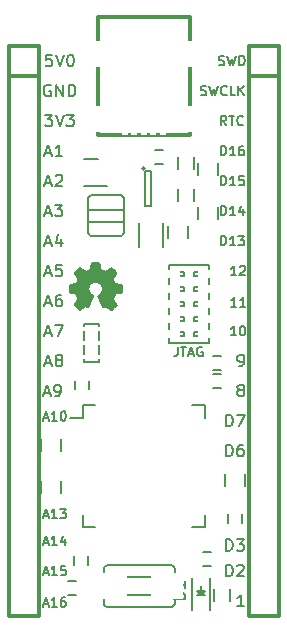
<source format=gto>
G04 #@! TF.FileFunction,Legend,Top*
%FSLAX46Y46*%
G04 Gerber Fmt 4.6, Leading zero omitted, Abs format (unit mm)*
G04 Created by KiCad (PCBNEW 0.201509300352+6225~30~ubuntu15.04.1-product) date Thu 01 Oct 2015 02:18:51 AM PDT*
%MOMM*%
G01*
G04 APERTURE LIST*
%ADD10C,0.100000*%
%ADD11C,0.200000*%
%ADD12C,0.150000*%
%ADD13C,0.304800*%
%ADD14R,2.400000X0.740000*%
%ADD15R,1.000000X0.250000*%
%ADD16R,0.250000X1.000000*%
%ADD17R,0.700000X0.250000*%
%ADD18R,0.610000X0.710000*%
%ADD19R,2.197100X2.197100*%
%ADD20R,0.497840X2.197100*%
%ADD21C,0.899160*%
%ADD22R,2.199640X1.524000*%
%ADD23O,2.199640X1.524000*%
%ADD24R,2.000000X0.400000*%
%ADD25R,2.800000X2.200000*%
%ADD26R,0.800000X0.750000*%
%ADD27R,1.250000X1.000000*%
%ADD28R,0.750000X0.800000*%
%ADD29R,1.600000X1.000000*%
%ADD30R,2.700000X1.000000*%
%ADD31R,0.900000X0.500000*%
%ADD32R,1.060000X0.650000*%
%ADD33R,1.198880X1.198880*%
G04 APERTURE END LIST*
D10*
D11*
X152812714Y-124912381D02*
X153003190Y-124912381D01*
X153098429Y-124864762D01*
X153146048Y-124817143D01*
X153241286Y-124674286D01*
X153288905Y-124483810D01*
X153288905Y-124102857D01*
X153241286Y-124007619D01*
X153193667Y-123960000D01*
X153098429Y-123912381D01*
X152907952Y-123912381D01*
X152812714Y-123960000D01*
X152765095Y-124007619D01*
X152717476Y-124102857D01*
X152717476Y-124340952D01*
X152765095Y-124436190D01*
X152812714Y-124483810D01*
X152907952Y-124531429D01*
X153098429Y-124531429D01*
X153193667Y-124483810D01*
X153241286Y-124436190D01*
X153288905Y-124340952D01*
X152907952Y-126880952D02*
X152812714Y-126833333D01*
X152765095Y-126785714D01*
X152717476Y-126690476D01*
X152717476Y-126642857D01*
X152765095Y-126547619D01*
X152812714Y-126500000D01*
X152907952Y-126452381D01*
X153098429Y-126452381D01*
X153193667Y-126500000D01*
X153241286Y-126547619D01*
X153288905Y-126642857D01*
X153288905Y-126690476D01*
X153241286Y-126785714D01*
X153193667Y-126833333D01*
X153098429Y-126880952D01*
X152907952Y-126880952D01*
X152812714Y-126928571D01*
X152765095Y-126976190D01*
X152717476Y-127071429D01*
X152717476Y-127261905D01*
X152765095Y-127357143D01*
X152812714Y-127404762D01*
X152907952Y-127452381D01*
X153098429Y-127452381D01*
X153193667Y-127404762D01*
X153241286Y-127357143D01*
X153288905Y-127261905D01*
X153288905Y-127071429D01*
X153241286Y-126976190D01*
X153193667Y-126928571D01*
X153098429Y-126880952D01*
X136906096Y-101100000D02*
X136810858Y-101052381D01*
X136668001Y-101052381D01*
X136525143Y-101100000D01*
X136429905Y-101195238D01*
X136382286Y-101290476D01*
X136334667Y-101480952D01*
X136334667Y-101623810D01*
X136382286Y-101814286D01*
X136429905Y-101909524D01*
X136525143Y-102004762D01*
X136668001Y-102052381D01*
X136763239Y-102052381D01*
X136906096Y-102004762D01*
X136953715Y-101957143D01*
X136953715Y-101623810D01*
X136763239Y-101623810D01*
X137382286Y-102052381D02*
X137382286Y-101052381D01*
X137953715Y-102052381D01*
X137953715Y-101052381D01*
X138429905Y-102052381D02*
X138429905Y-101052381D01*
X138668000Y-101052381D01*
X138810858Y-101100000D01*
X138906096Y-101195238D01*
X138953715Y-101290476D01*
X139001334Y-101480952D01*
X139001334Y-101623810D01*
X138953715Y-101814286D01*
X138906096Y-101909524D01*
X138810858Y-102004762D01*
X138668000Y-102052381D01*
X138429905Y-102052381D01*
D12*
X151777619Y-104501905D02*
X151510952Y-104120952D01*
X151320476Y-104501905D02*
X151320476Y-103701905D01*
X151625238Y-103701905D01*
X151701429Y-103740000D01*
X151739524Y-103778095D01*
X151777619Y-103854286D01*
X151777619Y-103968571D01*
X151739524Y-104044762D01*
X151701429Y-104082857D01*
X151625238Y-104120952D01*
X151320476Y-104120952D01*
X152006190Y-103701905D02*
X152463333Y-103701905D01*
X152234762Y-104501905D02*
X152234762Y-103701905D01*
X153187143Y-104425714D02*
X153149048Y-104463810D01*
X153034762Y-104501905D01*
X152958572Y-104501905D01*
X152844286Y-104463810D01*
X152768095Y-104387619D01*
X152730000Y-104311429D01*
X152691905Y-104159048D01*
X152691905Y-104044762D01*
X152730000Y-103892381D01*
X152768095Y-103816190D01*
X152844286Y-103740000D01*
X152958572Y-103701905D01*
X153034762Y-103701905D01*
X153149048Y-103740000D01*
X153187143Y-103778095D01*
X149631381Y-101923810D02*
X149745667Y-101961905D01*
X149936143Y-101961905D01*
X150012333Y-101923810D01*
X150050429Y-101885714D01*
X150088524Y-101809524D01*
X150088524Y-101733333D01*
X150050429Y-101657143D01*
X150012333Y-101619048D01*
X149936143Y-101580952D01*
X149783762Y-101542857D01*
X149707571Y-101504762D01*
X149669476Y-101466667D01*
X149631381Y-101390476D01*
X149631381Y-101314286D01*
X149669476Y-101238095D01*
X149707571Y-101200000D01*
X149783762Y-101161905D01*
X149974238Y-101161905D01*
X150088524Y-101200000D01*
X150355191Y-101161905D02*
X150545667Y-101961905D01*
X150698048Y-101390476D01*
X150850429Y-101961905D01*
X151040905Y-101161905D01*
X151802810Y-101885714D02*
X151764715Y-101923810D01*
X151650429Y-101961905D01*
X151574239Y-101961905D01*
X151459953Y-101923810D01*
X151383762Y-101847619D01*
X151345667Y-101771429D01*
X151307572Y-101619048D01*
X151307572Y-101504762D01*
X151345667Y-101352381D01*
X151383762Y-101276190D01*
X151459953Y-101200000D01*
X151574239Y-101161905D01*
X151650429Y-101161905D01*
X151764715Y-101200000D01*
X151802810Y-101238095D01*
X152526620Y-101961905D02*
X152145667Y-101961905D01*
X152145667Y-101161905D01*
X152793286Y-101961905D02*
X152793286Y-101161905D01*
X153250429Y-101961905D02*
X152907572Y-101504762D01*
X153250429Y-101161905D02*
X152793286Y-101619048D01*
X151155381Y-99383810D02*
X151269667Y-99421905D01*
X151460143Y-99421905D01*
X151536333Y-99383810D01*
X151574429Y-99345714D01*
X151612524Y-99269524D01*
X151612524Y-99193333D01*
X151574429Y-99117143D01*
X151536333Y-99079048D01*
X151460143Y-99040952D01*
X151307762Y-99002857D01*
X151231571Y-98964762D01*
X151193476Y-98926667D01*
X151155381Y-98850476D01*
X151155381Y-98774286D01*
X151193476Y-98698095D01*
X151231571Y-98660000D01*
X151307762Y-98621905D01*
X151498238Y-98621905D01*
X151612524Y-98660000D01*
X151879191Y-98621905D02*
X152069667Y-99421905D01*
X152222048Y-98850476D01*
X152374429Y-99421905D01*
X152564905Y-98621905D01*
X152869667Y-99421905D02*
X152869667Y-98621905D01*
X153060143Y-98621905D01*
X153174429Y-98660000D01*
X153250620Y-98736190D01*
X153288715Y-98812381D01*
X153326810Y-98964762D01*
X153326810Y-99079048D01*
X153288715Y-99231429D01*
X153250620Y-99307619D01*
X153174429Y-99383810D01*
X153060143Y-99421905D01*
X152869667Y-99421905D01*
X151320476Y-114661905D02*
X151320476Y-113861905D01*
X151510952Y-113861905D01*
X151625238Y-113900000D01*
X151701429Y-113976190D01*
X151739524Y-114052381D01*
X151777619Y-114204762D01*
X151777619Y-114319048D01*
X151739524Y-114471429D01*
X151701429Y-114547619D01*
X151625238Y-114623810D01*
X151510952Y-114661905D01*
X151320476Y-114661905D01*
X152539524Y-114661905D02*
X152082381Y-114661905D01*
X152310952Y-114661905D02*
X152310952Y-113861905D01*
X152234762Y-113976190D01*
X152158571Y-114052381D01*
X152082381Y-114090476D01*
X152806191Y-113861905D02*
X153301429Y-113861905D01*
X153034762Y-114166667D01*
X153149048Y-114166667D01*
X153225238Y-114204762D01*
X153263334Y-114242857D01*
X153301429Y-114319048D01*
X153301429Y-114509524D01*
X153263334Y-114585714D01*
X153225238Y-114623810D01*
X153149048Y-114661905D01*
X152920476Y-114661905D01*
X152844286Y-114623810D01*
X152806191Y-114585714D01*
X151320476Y-112121905D02*
X151320476Y-111321905D01*
X151510952Y-111321905D01*
X151625238Y-111360000D01*
X151701429Y-111436190D01*
X151739524Y-111512381D01*
X151777619Y-111664762D01*
X151777619Y-111779048D01*
X151739524Y-111931429D01*
X151701429Y-112007619D01*
X151625238Y-112083810D01*
X151510952Y-112121905D01*
X151320476Y-112121905D01*
X152539524Y-112121905D02*
X152082381Y-112121905D01*
X152310952Y-112121905D02*
X152310952Y-111321905D01*
X152234762Y-111436190D01*
X152158571Y-111512381D01*
X152082381Y-111550476D01*
X153225238Y-111588571D02*
X153225238Y-112121905D01*
X153034762Y-111283810D02*
X152844286Y-111855238D01*
X153339524Y-111855238D01*
D11*
X136461476Y-124626667D02*
X136937667Y-124626667D01*
X136366238Y-124912381D02*
X136699571Y-123912381D01*
X137032905Y-124912381D01*
X137509095Y-124340952D02*
X137413857Y-124293333D01*
X137366238Y-124245714D01*
X137318619Y-124150476D01*
X137318619Y-124102857D01*
X137366238Y-124007619D01*
X137413857Y-123960000D01*
X137509095Y-123912381D01*
X137699572Y-123912381D01*
X137794810Y-123960000D01*
X137842429Y-124007619D01*
X137890048Y-124102857D01*
X137890048Y-124150476D01*
X137842429Y-124245714D01*
X137794810Y-124293333D01*
X137699572Y-124340952D01*
X137509095Y-124340952D01*
X137413857Y-124388571D01*
X137366238Y-124436190D01*
X137318619Y-124531429D01*
X137318619Y-124721905D01*
X137366238Y-124817143D01*
X137413857Y-124864762D01*
X137509095Y-124912381D01*
X137699572Y-124912381D01*
X137794810Y-124864762D01*
X137842429Y-124817143D01*
X137890048Y-124721905D01*
X137890048Y-124531429D01*
X137842429Y-124436190D01*
X137794810Y-124388571D01*
X137699572Y-124340952D01*
X136461476Y-122086667D02*
X136937667Y-122086667D01*
X136366238Y-122372381D02*
X136699571Y-121372381D01*
X137032905Y-122372381D01*
X137271000Y-121372381D02*
X137937667Y-121372381D01*
X137509095Y-122372381D01*
X136461476Y-109386667D02*
X136937667Y-109386667D01*
X136366238Y-109672381D02*
X136699571Y-108672381D01*
X137032905Y-109672381D01*
X137318619Y-108767619D02*
X137366238Y-108720000D01*
X137461476Y-108672381D01*
X137699572Y-108672381D01*
X137794810Y-108720000D01*
X137842429Y-108767619D01*
X137890048Y-108862857D01*
X137890048Y-108958095D01*
X137842429Y-109100952D01*
X137271000Y-109672381D01*
X137890048Y-109672381D01*
X136461476Y-111926667D02*
X136937667Y-111926667D01*
X136366238Y-112212381D02*
X136699571Y-111212381D01*
X137032905Y-112212381D01*
X137271000Y-111212381D02*
X137890048Y-111212381D01*
X137556714Y-111593333D01*
X137699572Y-111593333D01*
X137794810Y-111640952D01*
X137842429Y-111688571D01*
X137890048Y-111783810D01*
X137890048Y-112021905D01*
X137842429Y-112117143D01*
X137794810Y-112164762D01*
X137699572Y-112212381D01*
X137413857Y-112212381D01*
X137318619Y-112164762D01*
X137271000Y-112117143D01*
X136461476Y-114466667D02*
X136937667Y-114466667D01*
X136366238Y-114752381D02*
X136699571Y-113752381D01*
X137032905Y-114752381D01*
X137794810Y-114085714D02*
X137794810Y-114752381D01*
X137556714Y-113704762D02*
X137318619Y-114419048D01*
X137937667Y-114419048D01*
X136334476Y-127166667D02*
X136810667Y-127166667D01*
X136239238Y-127452381D02*
X136572571Y-126452381D01*
X136905905Y-127452381D01*
X137286857Y-127452381D02*
X137477333Y-127452381D01*
X137572572Y-127404762D01*
X137620191Y-127357143D01*
X137715429Y-127214286D01*
X137763048Y-127023810D01*
X137763048Y-126642857D01*
X137715429Y-126547619D01*
X137667810Y-126500000D01*
X137572572Y-126452381D01*
X137382095Y-126452381D01*
X137286857Y-126500000D01*
X137239238Y-126547619D01*
X137191619Y-126642857D01*
X137191619Y-126880952D01*
X137239238Y-126976190D01*
X137286857Y-127023810D01*
X137382095Y-127071429D01*
X137572572Y-127071429D01*
X137667810Y-127023810D01*
X137715429Y-126976190D01*
X137763048Y-126880952D01*
D12*
X152628524Y-117201905D02*
X152171381Y-117201905D01*
X152399952Y-117201905D02*
X152399952Y-116401905D01*
X152323762Y-116516190D01*
X152247571Y-116592381D01*
X152171381Y-116630476D01*
X152933286Y-116478095D02*
X152971381Y-116440000D01*
X153047572Y-116401905D01*
X153238048Y-116401905D01*
X153314238Y-116440000D01*
X153352334Y-116478095D01*
X153390429Y-116554286D01*
X153390429Y-116630476D01*
X153352334Y-116744762D01*
X152895191Y-117201905D01*
X153390429Y-117201905D01*
X152628524Y-119868905D02*
X152171381Y-119868905D01*
X152399952Y-119868905D02*
X152399952Y-119068905D01*
X152323762Y-119183190D01*
X152247571Y-119259381D01*
X152171381Y-119297476D01*
X153390429Y-119868905D02*
X152933286Y-119868905D01*
X153161857Y-119868905D02*
X153161857Y-119068905D01*
X153085667Y-119183190D01*
X153009476Y-119259381D01*
X152933286Y-119297476D01*
D11*
X151749095Y-129992381D02*
X151749095Y-128992381D01*
X151987190Y-128992381D01*
X152130048Y-129040000D01*
X152225286Y-129135238D01*
X152272905Y-129230476D01*
X152320524Y-129420952D01*
X152320524Y-129563810D01*
X152272905Y-129754286D01*
X152225286Y-129849524D01*
X152130048Y-129944762D01*
X151987190Y-129992381D01*
X151749095Y-129992381D01*
X152653857Y-128992381D02*
X153320524Y-128992381D01*
X152891952Y-129992381D01*
X151749095Y-132532381D02*
X151749095Y-131532381D01*
X151987190Y-131532381D01*
X152130048Y-131580000D01*
X152225286Y-131675238D01*
X152272905Y-131770476D01*
X152320524Y-131960952D01*
X152320524Y-132103810D01*
X152272905Y-132294286D01*
X152225286Y-132389524D01*
X152130048Y-132484762D01*
X151987190Y-132532381D01*
X151749095Y-132532381D01*
X153177667Y-131532381D02*
X152987190Y-131532381D01*
X152891952Y-131580000D01*
X152844333Y-131627619D01*
X152749095Y-131770476D01*
X152701476Y-131960952D01*
X152701476Y-132341905D01*
X152749095Y-132437143D01*
X152796714Y-132484762D01*
X152891952Y-132532381D01*
X153082429Y-132532381D01*
X153177667Y-132484762D01*
X153225286Y-132437143D01*
X153272905Y-132341905D01*
X153272905Y-132103810D01*
X153225286Y-132008571D01*
X153177667Y-131960952D01*
X153082429Y-131913333D01*
X152891952Y-131913333D01*
X152796714Y-131960952D01*
X152749095Y-132008571D01*
X152701476Y-132103810D01*
X151749095Y-140533381D02*
X151749095Y-139533381D01*
X151987190Y-139533381D01*
X152130048Y-139581000D01*
X152225286Y-139676238D01*
X152272905Y-139771476D01*
X152320524Y-139961952D01*
X152320524Y-140104810D01*
X152272905Y-140295286D01*
X152225286Y-140390524D01*
X152130048Y-140485762D01*
X151987190Y-140533381D01*
X151749095Y-140533381D01*
X152653857Y-139533381D02*
X153272905Y-139533381D01*
X152939571Y-139914333D01*
X153082429Y-139914333D01*
X153177667Y-139961952D01*
X153225286Y-140009571D01*
X153272905Y-140104810D01*
X153272905Y-140342905D01*
X153225286Y-140438143D01*
X153177667Y-140485762D01*
X153082429Y-140533381D01*
X152796714Y-140533381D01*
X152701476Y-140485762D01*
X152653857Y-140438143D01*
X151749095Y-142692381D02*
X151749095Y-141692381D01*
X151987190Y-141692381D01*
X152130048Y-141740000D01*
X152225286Y-141835238D01*
X152272905Y-141930476D01*
X152320524Y-142120952D01*
X152320524Y-142263810D01*
X152272905Y-142454286D01*
X152225286Y-142549524D01*
X152130048Y-142644762D01*
X151987190Y-142692381D01*
X151749095Y-142692381D01*
X152701476Y-141787619D02*
X152749095Y-141740000D01*
X152844333Y-141692381D01*
X153082429Y-141692381D01*
X153177667Y-141740000D01*
X153225286Y-141787619D01*
X153272905Y-141882857D01*
X153272905Y-141978095D01*
X153225286Y-142120952D01*
X152653857Y-142692381D01*
X153272905Y-142692381D01*
X153288905Y-145232381D02*
X152717476Y-145232381D01*
X153003190Y-145232381D02*
X153003190Y-144232381D01*
X152907952Y-144375238D01*
X152812714Y-144470476D01*
X152717476Y-144518095D01*
D12*
X152628524Y-122281905D02*
X152171381Y-122281905D01*
X152399952Y-122281905D02*
X152399952Y-121481905D01*
X152323762Y-121596190D01*
X152247571Y-121672381D01*
X152171381Y-121710476D01*
X153123762Y-121481905D02*
X153199953Y-121481905D01*
X153276143Y-121520000D01*
X153314238Y-121558095D01*
X153352334Y-121634286D01*
X153390429Y-121786667D01*
X153390429Y-121977143D01*
X153352334Y-122129524D01*
X153314238Y-122205714D01*
X153276143Y-122243810D01*
X153199953Y-122281905D01*
X153123762Y-122281905D01*
X153047572Y-122243810D01*
X153009476Y-122205714D01*
X152971381Y-122129524D01*
X152933286Y-121977143D01*
X152933286Y-121786667D01*
X152971381Y-121634286D01*
X153009476Y-121558095D01*
X153047572Y-121520000D01*
X153123762Y-121481905D01*
X151320476Y-109581905D02*
X151320476Y-108781905D01*
X151510952Y-108781905D01*
X151625238Y-108820000D01*
X151701429Y-108896190D01*
X151739524Y-108972381D01*
X151777619Y-109124762D01*
X151777619Y-109239048D01*
X151739524Y-109391429D01*
X151701429Y-109467619D01*
X151625238Y-109543810D01*
X151510952Y-109581905D01*
X151320476Y-109581905D01*
X152539524Y-109581905D02*
X152082381Y-109581905D01*
X152310952Y-109581905D02*
X152310952Y-108781905D01*
X152234762Y-108896190D01*
X152158571Y-108972381D01*
X152082381Y-109010476D01*
X153263334Y-108781905D02*
X152882381Y-108781905D01*
X152844286Y-109162857D01*
X152882381Y-109124762D01*
X152958572Y-109086667D01*
X153149048Y-109086667D01*
X153225238Y-109124762D01*
X153263334Y-109162857D01*
X153301429Y-109239048D01*
X153301429Y-109429524D01*
X153263334Y-109505714D01*
X153225238Y-109543810D01*
X153149048Y-109581905D01*
X152958572Y-109581905D01*
X152882381Y-109543810D01*
X152844286Y-109505714D01*
X151320476Y-107041905D02*
X151320476Y-106241905D01*
X151510952Y-106241905D01*
X151625238Y-106280000D01*
X151701429Y-106356190D01*
X151739524Y-106432381D01*
X151777619Y-106584762D01*
X151777619Y-106699048D01*
X151739524Y-106851429D01*
X151701429Y-106927619D01*
X151625238Y-107003810D01*
X151510952Y-107041905D01*
X151320476Y-107041905D01*
X152539524Y-107041905D02*
X152082381Y-107041905D01*
X152310952Y-107041905D02*
X152310952Y-106241905D01*
X152234762Y-106356190D01*
X152158571Y-106432381D01*
X152082381Y-106470476D01*
X153225238Y-106241905D02*
X153072857Y-106241905D01*
X152996667Y-106280000D01*
X152958572Y-106318095D01*
X152882381Y-106432381D01*
X152844286Y-106584762D01*
X152844286Y-106889524D01*
X152882381Y-106965714D01*
X152920476Y-107003810D01*
X152996667Y-107041905D01*
X153149048Y-107041905D01*
X153225238Y-107003810D01*
X153263334Y-106965714D01*
X153301429Y-106889524D01*
X153301429Y-106699048D01*
X153263334Y-106622857D01*
X153225238Y-106584762D01*
X153149048Y-106546667D01*
X152996667Y-106546667D01*
X152920476Y-106584762D01*
X152882381Y-106622857D01*
X152844286Y-106699048D01*
X136296381Y-145040333D02*
X136677333Y-145040333D01*
X136220190Y-145268905D02*
X136486857Y-144468905D01*
X136753524Y-145268905D01*
X137439238Y-145268905D02*
X136982095Y-145268905D01*
X137210666Y-145268905D02*
X137210666Y-144468905D01*
X137134476Y-144583190D01*
X137058285Y-144659381D01*
X136982095Y-144697476D01*
X138124952Y-144468905D02*
X137972571Y-144468905D01*
X137896381Y-144507000D01*
X137858286Y-144545095D01*
X137782095Y-144659381D01*
X137744000Y-144811762D01*
X137744000Y-145116524D01*
X137782095Y-145192714D01*
X137820190Y-145230810D01*
X137896381Y-145268905D01*
X138048762Y-145268905D01*
X138124952Y-145230810D01*
X138163048Y-145192714D01*
X138201143Y-145116524D01*
X138201143Y-144926048D01*
X138163048Y-144849857D01*
X138124952Y-144811762D01*
X138048762Y-144773667D01*
X137896381Y-144773667D01*
X137820190Y-144811762D01*
X137782095Y-144849857D01*
X137744000Y-144926048D01*
X136296381Y-142373333D02*
X136677333Y-142373333D01*
X136220190Y-142601905D02*
X136486857Y-141801905D01*
X136753524Y-142601905D01*
X137439238Y-142601905D02*
X136982095Y-142601905D01*
X137210666Y-142601905D02*
X137210666Y-141801905D01*
X137134476Y-141916190D01*
X137058285Y-141992381D01*
X136982095Y-142030476D01*
X138163048Y-141801905D02*
X137782095Y-141801905D01*
X137744000Y-142182857D01*
X137782095Y-142144762D01*
X137858286Y-142106667D01*
X138048762Y-142106667D01*
X138124952Y-142144762D01*
X138163048Y-142182857D01*
X138201143Y-142259048D01*
X138201143Y-142449524D01*
X138163048Y-142525714D01*
X138124952Y-142563810D01*
X138048762Y-142601905D01*
X137858286Y-142601905D01*
X137782095Y-142563810D01*
X137744000Y-142525714D01*
X136296381Y-139833333D02*
X136677333Y-139833333D01*
X136220190Y-140061905D02*
X136486857Y-139261905D01*
X136753524Y-140061905D01*
X137439238Y-140061905D02*
X136982095Y-140061905D01*
X137210666Y-140061905D02*
X137210666Y-139261905D01*
X137134476Y-139376190D01*
X137058285Y-139452381D01*
X136982095Y-139490476D01*
X138124952Y-139528571D02*
X138124952Y-140061905D01*
X137934476Y-139223810D02*
X137744000Y-139795238D01*
X138239238Y-139795238D01*
X136296381Y-137547333D02*
X136677333Y-137547333D01*
X136220190Y-137775905D02*
X136486857Y-136975905D01*
X136753524Y-137775905D01*
X137439238Y-137775905D02*
X136982095Y-137775905D01*
X137210666Y-137775905D02*
X137210666Y-136975905D01*
X137134476Y-137090190D01*
X137058285Y-137166381D01*
X136982095Y-137204476D01*
X137705905Y-136975905D02*
X138201143Y-136975905D01*
X137934476Y-137280667D01*
X138048762Y-137280667D01*
X138124952Y-137318762D01*
X138163048Y-137356857D01*
X138201143Y-137433048D01*
X138201143Y-137623524D01*
X138163048Y-137699714D01*
X138124952Y-137737810D01*
X138048762Y-137775905D01*
X137820190Y-137775905D01*
X137744000Y-137737810D01*
X137705905Y-137699714D01*
X136296381Y-129292333D02*
X136677333Y-129292333D01*
X136220190Y-129520905D02*
X136486857Y-128720905D01*
X136753524Y-129520905D01*
X137439238Y-129520905D02*
X136982095Y-129520905D01*
X137210666Y-129520905D02*
X137210666Y-128720905D01*
X137134476Y-128835190D01*
X137058285Y-128911381D01*
X136982095Y-128949476D01*
X137934476Y-128720905D02*
X138010667Y-128720905D01*
X138086857Y-128759000D01*
X138124952Y-128797095D01*
X138163048Y-128873286D01*
X138201143Y-129025667D01*
X138201143Y-129216143D01*
X138163048Y-129368524D01*
X138124952Y-129444714D01*
X138086857Y-129482810D01*
X138010667Y-129520905D01*
X137934476Y-129520905D01*
X137858286Y-129482810D01*
X137820190Y-129444714D01*
X137782095Y-129368524D01*
X137744000Y-129216143D01*
X137744000Y-129025667D01*
X137782095Y-128873286D01*
X137820190Y-128797095D01*
X137858286Y-128759000D01*
X137934476Y-128720905D01*
D11*
X136461476Y-119546667D02*
X136937667Y-119546667D01*
X136366238Y-119832381D02*
X136699571Y-118832381D01*
X137032905Y-119832381D01*
X137794810Y-118832381D02*
X137604333Y-118832381D01*
X137509095Y-118880000D01*
X137461476Y-118927619D01*
X137366238Y-119070476D01*
X137318619Y-119260952D01*
X137318619Y-119641905D01*
X137366238Y-119737143D01*
X137413857Y-119784762D01*
X137509095Y-119832381D01*
X137699572Y-119832381D01*
X137794810Y-119784762D01*
X137842429Y-119737143D01*
X137890048Y-119641905D01*
X137890048Y-119403810D01*
X137842429Y-119308571D01*
X137794810Y-119260952D01*
X137699572Y-119213333D01*
X137509095Y-119213333D01*
X137413857Y-119260952D01*
X137366238Y-119308571D01*
X137318619Y-119403810D01*
X136461476Y-117006667D02*
X136937667Y-117006667D01*
X136366238Y-117292381D02*
X136699571Y-116292381D01*
X137032905Y-117292381D01*
X137842429Y-116292381D02*
X137366238Y-116292381D01*
X137318619Y-116768571D01*
X137366238Y-116720952D01*
X137461476Y-116673333D01*
X137699572Y-116673333D01*
X137794810Y-116720952D01*
X137842429Y-116768571D01*
X137890048Y-116863810D01*
X137890048Y-117101905D01*
X137842429Y-117197143D01*
X137794810Y-117244762D01*
X137699572Y-117292381D01*
X137461476Y-117292381D01*
X137366238Y-117244762D01*
X137318619Y-117197143D01*
X136461476Y-106846667D02*
X136937667Y-106846667D01*
X136366238Y-107132381D02*
X136699571Y-106132381D01*
X137032905Y-107132381D01*
X137890048Y-107132381D02*
X137318619Y-107132381D01*
X137604333Y-107132381D02*
X137604333Y-106132381D01*
X137509095Y-106275238D01*
X137413857Y-106370476D01*
X137318619Y-106418095D01*
X136429905Y-103592381D02*
X137048953Y-103592381D01*
X136715619Y-103973333D01*
X136858477Y-103973333D01*
X136953715Y-104020952D01*
X137001334Y-104068571D01*
X137048953Y-104163810D01*
X137048953Y-104401905D01*
X137001334Y-104497143D01*
X136953715Y-104544762D01*
X136858477Y-104592381D01*
X136572762Y-104592381D01*
X136477524Y-104544762D01*
X136429905Y-104497143D01*
X137334667Y-103592381D02*
X137668000Y-104592381D01*
X138001334Y-103592381D01*
X138239429Y-103592381D02*
X138858477Y-103592381D01*
X138525143Y-103973333D01*
X138668001Y-103973333D01*
X138763239Y-104020952D01*
X138810858Y-104068571D01*
X138858477Y-104163810D01*
X138858477Y-104401905D01*
X138810858Y-104497143D01*
X138763239Y-104544762D01*
X138668001Y-104592381D01*
X138382286Y-104592381D01*
X138287048Y-104544762D01*
X138239429Y-104497143D01*
X137001334Y-98512381D02*
X136525143Y-98512381D01*
X136477524Y-98988571D01*
X136525143Y-98940952D01*
X136620381Y-98893333D01*
X136858477Y-98893333D01*
X136953715Y-98940952D01*
X137001334Y-98988571D01*
X137048953Y-99083810D01*
X137048953Y-99321905D01*
X137001334Y-99417143D01*
X136953715Y-99464762D01*
X136858477Y-99512381D01*
X136620381Y-99512381D01*
X136525143Y-99464762D01*
X136477524Y-99417143D01*
X137334667Y-98512381D02*
X137668000Y-99512381D01*
X138001334Y-98512381D01*
X138525143Y-98512381D02*
X138620382Y-98512381D01*
X138715620Y-98560000D01*
X138763239Y-98607619D01*
X138810858Y-98702857D01*
X138858477Y-98893333D01*
X138858477Y-99131429D01*
X138810858Y-99321905D01*
X138763239Y-99417143D01*
X138715620Y-99464762D01*
X138620382Y-99512381D01*
X138525143Y-99512381D01*
X138429905Y-99464762D01*
X138382286Y-99417143D01*
X138334667Y-99321905D01*
X138287048Y-99131429D01*
X138287048Y-98893333D01*
X138334667Y-98702857D01*
X138382286Y-98607619D01*
X138429905Y-98560000D01*
X138525143Y-98512381D01*
D12*
X146890000Y-116334000D02*
X150290000Y-116334000D01*
X146890000Y-122934000D02*
X146890000Y-116334000D01*
X150290000Y-122934000D02*
X146890000Y-122934000D01*
X150290000Y-116334000D02*
X150290000Y-122934000D01*
D11*
X148155000Y-122374000D02*
X147755000Y-122374000D01*
X147755000Y-122374000D02*
X147755000Y-121974000D01*
X148155000Y-121974000D02*
X148155000Y-122374000D01*
X147755000Y-121974000D02*
X148155000Y-121974000D01*
X148155000Y-121104000D02*
X147755000Y-121104000D01*
X147755000Y-121104000D02*
X147755000Y-120704000D01*
X148155000Y-120704000D02*
X148155000Y-121104000D01*
X147755000Y-120704000D02*
X148155000Y-120704000D01*
X148155000Y-119834000D02*
X147755000Y-119834000D01*
X147755000Y-119834000D02*
X147755000Y-119434000D01*
X148155000Y-119434000D02*
X148155000Y-119834000D01*
X147755000Y-119434000D02*
X148155000Y-119434000D01*
X148155000Y-118564000D02*
X147755000Y-118564000D01*
X147755000Y-118564000D02*
X147755000Y-118164000D01*
X148155000Y-118164000D02*
X148155000Y-118564000D01*
X147755000Y-118164000D02*
X148155000Y-118164000D01*
X148155000Y-117294000D02*
X147755000Y-117294000D01*
X147755000Y-117294000D02*
X147755000Y-116894000D01*
X148155000Y-116894000D02*
X148155000Y-117294000D01*
X147755000Y-116894000D02*
X148155000Y-116894000D01*
X149425000Y-117294000D02*
X149025000Y-117294000D01*
X149025000Y-117294000D02*
X149025000Y-116894000D01*
X149425000Y-116894000D02*
X149425000Y-117294000D01*
X149025000Y-116894000D02*
X149425000Y-116894000D01*
X149425000Y-118564000D02*
X149025000Y-118564000D01*
X149025000Y-118564000D02*
X149025000Y-118164000D01*
X149425000Y-118164000D02*
X149425000Y-118564000D01*
X149025000Y-118164000D02*
X149425000Y-118164000D01*
X149425000Y-119834000D02*
X149025000Y-119834000D01*
X149025000Y-119834000D02*
X149025000Y-119434000D01*
X149425000Y-119434000D02*
X149425000Y-119834000D01*
X149025000Y-119434000D02*
X149425000Y-119434000D01*
X149425000Y-121104000D02*
X149025000Y-121104000D01*
X149025000Y-121104000D02*
X149025000Y-120704000D01*
X149425000Y-120704000D02*
X149425000Y-121104000D01*
X149025000Y-120704000D02*
X149425000Y-120704000D01*
X149425000Y-122374000D02*
X149025000Y-122374000D01*
X149025000Y-122374000D02*
X149025000Y-121974000D01*
X149425000Y-121974000D02*
X149425000Y-122374000D01*
X149025000Y-121974000D02*
X149425000Y-121974000D01*
D12*
X139605000Y-128175000D02*
X139605000Y-129250000D01*
X149955000Y-128175000D02*
X149955000Y-129250000D01*
X149955000Y-138525000D02*
X149955000Y-137450000D01*
X139605000Y-138525000D02*
X139605000Y-137450000D01*
X139605000Y-128175000D02*
X140680000Y-128175000D01*
X139605000Y-138525000D02*
X140680000Y-138525000D01*
X149955000Y-138525000D02*
X148880000Y-138525000D01*
X149955000Y-128175000D02*
X148880000Y-128175000D01*
X139605000Y-129250000D02*
X138580000Y-129250000D01*
X140910000Y-107359000D02*
X139760000Y-107359000D01*
X141685000Y-109609000D02*
X139760000Y-109609000D01*
D13*
X148678900Y-104734360D02*
X149781260Y-104734360D01*
X149781260Y-104734360D02*
X149781260Y-103233220D01*
X149781260Y-103233220D02*
X148678900Y-103233220D01*
X139778740Y-103230680D02*
X140881100Y-103230680D01*
X139778740Y-104731820D02*
X139778740Y-103230680D01*
X140881100Y-104731820D02*
X139778740Y-104731820D01*
X140881100Y-99230180D02*
X139778740Y-99230180D01*
X139778740Y-99230180D02*
X139778740Y-97729040D01*
X139778740Y-97729040D02*
X140881100Y-97729040D01*
X148678900Y-99230180D02*
X149781260Y-99230180D01*
X149781260Y-99230180D02*
X149781260Y-97729040D01*
X149781260Y-97729040D02*
X148678900Y-97729040D01*
X148678900Y-95328740D02*
X140881100Y-95328740D01*
X140881100Y-95328740D02*
X140881100Y-105331260D01*
X140881100Y-105331260D02*
X148678900Y-105331260D01*
X148678900Y-105331260D02*
X148678900Y-95328740D01*
X153670000Y-146050000D02*
X153670000Y-97790000D01*
X156210000Y-97790000D02*
X156210000Y-146050000D01*
X156210000Y-146050000D02*
X153670000Y-146050000D01*
X156210000Y-100330000D02*
X153670000Y-100330000D01*
X153670000Y-97790000D02*
X156210000Y-97790000D01*
X133350000Y-146050000D02*
X133350000Y-97790000D01*
X135890000Y-97790000D02*
X135890000Y-146050000D01*
X135890000Y-146050000D02*
X133350000Y-146050000D01*
X135890000Y-100330000D02*
X133350000Y-100330000D01*
X133350000Y-97790000D02*
X135890000Y-97790000D01*
D12*
X140985000Y-121336000D02*
X140985000Y-124536000D01*
X139735000Y-124536000D02*
X139735000Y-121336000D01*
X139735000Y-124536000D02*
X140985000Y-124536000D01*
X139735000Y-121336000D02*
X140985000Y-121336000D01*
X142899000Y-142760000D02*
X142899000Y-144260000D01*
X145899000Y-144260000D02*
X142899000Y-144260000D01*
X145899000Y-142760000D02*
X145899000Y-144260000D01*
X142899000Y-142760000D02*
X145899000Y-142760000D01*
X147649000Y-144010000D02*
X147399000Y-144010000D01*
X147649000Y-143010000D02*
X147649000Y-144010000D01*
X147399000Y-143010000D02*
X147649000Y-143010000D01*
X141149000Y-144010000D02*
X141399000Y-144010000D01*
X141149000Y-143010000D02*
X141149000Y-144010000D01*
X141399000Y-143010000D02*
X141149000Y-143010000D01*
X141399000Y-145010000D02*
G75*
G03X141649000Y-145260000I250000J0D01*
G01*
X147149000Y-145260000D02*
G75*
G03X147399000Y-145010000I0J250000D01*
G01*
X147399000Y-142010000D02*
G75*
G03X147149000Y-141760000I-250000J0D01*
G01*
X141649000Y-141760000D02*
G75*
G03X141399000Y-142010000I0J-250000D01*
G01*
X141649000Y-141760000D02*
X147149000Y-141760000D01*
X141399000Y-145010000D02*
X141399000Y-142010000D01*
X147149000Y-145260000D02*
X141649000Y-145260000D01*
X147399000Y-142010000D02*
X147399000Y-145010000D01*
X149764000Y-140624000D02*
X150464000Y-140624000D01*
X150464000Y-141824000D02*
X149764000Y-141824000D01*
X136056000Y-134628000D02*
X136056000Y-135628000D01*
X137756000Y-135628000D02*
X137756000Y-134628000D01*
X137756000Y-132072000D02*
X137756000Y-131072000D01*
X136056000Y-131072000D02*
X136056000Y-132072000D01*
X153377000Y-134993000D02*
X153377000Y-133993000D01*
X151677000Y-133993000D02*
X151677000Y-134993000D01*
X138973000Y-126842000D02*
X138973000Y-126142000D01*
X140173000Y-126142000D02*
X140173000Y-126842000D01*
X150653000Y-125511000D02*
X151353000Y-125511000D01*
X151353000Y-126711000D02*
X150653000Y-126711000D01*
X151927000Y-138145000D02*
X151927000Y-137445000D01*
X153127000Y-137445000D02*
X153127000Y-138145000D01*
X150653000Y-123987000D02*
X151353000Y-123987000D01*
X151353000Y-125187000D02*
X150653000Y-125187000D01*
X138846000Y-141701000D02*
X138846000Y-141001000D01*
X140046000Y-141001000D02*
X140046000Y-141701000D01*
X138334000Y-143037000D02*
X139034000Y-143037000D01*
X139034000Y-144237000D02*
X138334000Y-144237000D01*
X149391000Y-107704000D02*
X149391000Y-108704000D01*
X151091000Y-108704000D02*
X151091000Y-107704000D01*
X151091000Y-112387000D02*
X151091000Y-111387000D01*
X149391000Y-111387000D02*
X149391000Y-112387000D01*
X145700000Y-106588000D02*
X146400000Y-106588000D01*
X146400000Y-107788000D02*
X145700000Y-107788000D01*
X148551000Y-114038000D02*
X148551000Y-113038000D01*
X146851000Y-113038000D02*
X146851000Y-114038000D01*
X146440000Y-114792000D02*
X146440000Y-112792000D01*
X144390000Y-112792000D02*
X144390000Y-114792000D01*
X143105000Y-112641000D02*
X140105000Y-112641000D01*
X143105000Y-111641000D02*
X140105000Y-111641000D01*
X143105000Y-113641000D02*
X143105000Y-112141000D01*
X142855000Y-113891000D02*
X143105000Y-113641000D01*
X140355000Y-113891000D02*
X142855000Y-113891000D01*
X140105000Y-113641000D02*
X140355000Y-113891000D01*
X140105000Y-110641000D02*
X140105000Y-113641000D01*
X140355000Y-110391000D02*
X140105000Y-110641000D01*
X142855000Y-110391000D02*
X140355000Y-110391000D01*
X143105000Y-110641000D02*
X142855000Y-110391000D01*
X143105000Y-112141000D02*
X143105000Y-110641000D01*
X149011000Y-109863000D02*
X149011000Y-110863000D01*
X147661000Y-110863000D02*
X147661000Y-109863000D01*
X149011000Y-107196000D02*
X149011000Y-108196000D01*
X147661000Y-108196000D02*
X147661000Y-107196000D01*
X144861000Y-108155000D02*
G75*
G03X144861000Y-108155000I-100000J0D01*
G01*
X145411000Y-108405000D02*
X144911000Y-108405000D01*
X145411000Y-111305000D02*
X145411000Y-108405000D01*
X144911000Y-111305000D02*
X145411000Y-111305000D01*
X144911000Y-108405000D02*
X144911000Y-111305000D01*
X152059000Y-143772000D02*
X152059000Y-144772000D01*
X150709000Y-144772000D02*
X150709000Y-143772000D01*
X150356000Y-145491000D02*
X150356000Y-142791000D01*
X148856000Y-145491000D02*
X148856000Y-142791000D01*
X149756000Y-143991000D02*
X149506000Y-143991000D01*
X149506000Y-143991000D02*
X149656000Y-144141000D01*
X149256000Y-144241000D02*
X149956000Y-144241000D01*
X149606000Y-143891000D02*
X149606000Y-143541000D01*
X149606000Y-144241000D02*
X149256000Y-143891000D01*
X149256000Y-143891000D02*
X149956000Y-143891000D01*
X149956000Y-143891000D02*
X149606000Y-144241000D01*
G36*
X138511280Y-118330923D02*
X138511282Y-118378886D01*
X138511292Y-118421278D01*
X138511318Y-118458451D01*
X138511367Y-118490761D01*
X138511446Y-118518563D01*
X138511562Y-118542210D01*
X138511722Y-118562057D01*
X138511933Y-118578460D01*
X138512203Y-118591771D01*
X138512538Y-118602346D01*
X138512946Y-118610540D01*
X138513433Y-118616706D01*
X138514008Y-118621199D01*
X138514677Y-118624374D01*
X138515446Y-118626585D01*
X138516325Y-118628187D01*
X138517284Y-118629490D01*
X138523033Y-118635354D01*
X138528396Y-118638712D01*
X138532506Y-118639633D01*
X138541684Y-118641476D01*
X138555168Y-118644094D01*
X138572197Y-118647342D01*
X138592008Y-118651074D01*
X138613840Y-118655143D01*
X138622405Y-118656729D01*
X138664507Y-118664517D01*
X138701703Y-118671416D01*
X138734918Y-118677600D01*
X138765077Y-118683241D01*
X138793105Y-118688511D01*
X138819927Y-118693583D01*
X138820948Y-118693776D01*
X138834592Y-118696346D01*
X138852165Y-118699628D01*
X138871764Y-118703270D01*
X138891491Y-118706917D01*
X138899477Y-118708387D01*
X138928704Y-118713777D01*
X138956736Y-118718974D01*
X138982955Y-118723864D01*
X139006745Y-118728329D01*
X139027489Y-118732253D01*
X139044570Y-118735520D01*
X139057371Y-118738013D01*
X139065277Y-118739616D01*
X139067234Y-118740056D01*
X139070541Y-118741048D01*
X139073674Y-118742531D01*
X139076801Y-118744862D01*
X139080088Y-118748395D01*
X139083701Y-118753486D01*
X139087808Y-118760492D01*
X139092573Y-118769768D01*
X139098165Y-118781670D01*
X139104748Y-118796554D01*
X139112491Y-118814776D01*
X139121559Y-118836691D01*
X139132119Y-118862656D01*
X139144338Y-118893027D01*
X139158382Y-118928159D01*
X139174417Y-118968408D01*
X139176328Y-118973210D01*
X139194527Y-119019071D01*
X139210468Y-119059529D01*
X139224177Y-119094653D01*
X139235680Y-119124509D01*
X139245002Y-119149166D01*
X139252168Y-119168689D01*
X139257205Y-119183148D01*
X139260137Y-119192609D01*
X139260997Y-119196942D01*
X139260831Y-119200656D01*
X139260110Y-119204475D01*
X139258491Y-119208969D01*
X139255634Y-119214713D01*
X139251196Y-119222278D01*
X139244836Y-119232237D01*
X139236213Y-119245162D01*
X139224984Y-119261627D01*
X139210809Y-119282204D01*
X139205832Y-119289407D01*
X139193958Y-119306611D01*
X139181189Y-119325157D01*
X139168761Y-119343243D01*
X139157914Y-119359070D01*
X139153880Y-119364972D01*
X139136126Y-119390965D01*
X139118439Y-119416834D01*
X139101205Y-119442016D01*
X139084809Y-119465950D01*
X139069636Y-119488075D01*
X139056071Y-119507829D01*
X139044500Y-119524650D01*
X139035306Y-119537978D01*
X139028876Y-119547251D01*
X139026827Y-119550180D01*
X139021424Y-119557941D01*
X139013480Y-119569472D01*
X139003773Y-119583638D01*
X138993083Y-119599300D01*
X138983340Y-119613626D01*
X138972074Y-119630347D01*
X138963780Y-119643057D01*
X138958014Y-119652588D01*
X138954333Y-119659773D01*
X138952293Y-119665443D01*
X138951451Y-119670430D01*
X138951335Y-119673652D01*
X138951335Y-119686530D01*
X139155850Y-119890982D01*
X139360365Y-120095433D01*
X139373655Y-120095430D01*
X139380410Y-120094973D01*
X139386939Y-120093193D01*
X139394588Y-120089477D01*
X139404705Y-120083213D01*
X139413615Y-120077229D01*
X139440559Y-120058835D01*
X139465408Y-120041854D01*
X139487597Y-120026671D01*
X139506559Y-120013677D01*
X139521727Y-120003257D01*
X139532148Y-119996070D01*
X139541532Y-119989603D01*
X139554207Y-119980908D01*
X139568562Y-119971088D01*
X139582986Y-119961247D01*
X139584007Y-119960552D01*
X139597908Y-119951063D01*
X139611407Y-119941810D01*
X139623064Y-119933783D01*
X139631442Y-119927970D01*
X139632202Y-119927438D01*
X139640128Y-119921933D01*
X139651490Y-119914116D01*
X139664812Y-119904997D01*
X139678623Y-119895588D01*
X139679615Y-119894913D01*
X139694707Y-119884628D01*
X139710678Y-119873688D01*
X139725549Y-119863453D01*
X139736618Y-119855784D01*
X139763322Y-119837302D01*
X139785524Y-119822192D01*
X139803478Y-119810291D01*
X139817438Y-119801437D01*
X139827659Y-119795464D01*
X139834394Y-119792210D01*
X139836385Y-119791583D01*
X139839468Y-119791146D01*
X139843013Y-119791310D01*
X139847507Y-119792303D01*
X139853436Y-119794353D01*
X139861287Y-119797686D01*
X139871544Y-119802531D01*
X139884695Y-119809115D01*
X139901226Y-119817665D01*
X139921622Y-119828409D01*
X139946371Y-119841575D01*
X139968582Y-119853443D01*
X139989579Y-119864581D01*
X140009108Y-119874759D01*
X140026507Y-119883647D01*
X140041116Y-119890914D01*
X140052272Y-119896229D01*
X140059315Y-119899262D01*
X140061381Y-119899853D01*
X140066376Y-119899546D01*
X140070761Y-119898240D01*
X140074887Y-119895360D01*
X140079110Y-119890329D01*
X140083783Y-119882572D01*
X140089261Y-119871513D01*
X140095897Y-119856576D01*
X140104045Y-119837186D01*
X140112380Y-119816880D01*
X140118037Y-119803043D01*
X140124045Y-119788382D01*
X140130578Y-119772479D01*
X140137807Y-119754915D01*
X140145908Y-119735269D01*
X140155052Y-119713123D01*
X140165413Y-119688058D01*
X140177165Y-119659653D01*
X140190480Y-119627490D01*
X140205533Y-119591150D01*
X140222495Y-119550213D01*
X140241541Y-119504259D01*
X140243388Y-119499803D01*
X140253596Y-119475167D01*
X140263490Y-119451266D01*
X140272746Y-119428889D01*
X140281038Y-119408822D01*
X140288041Y-119391855D01*
X140293428Y-119378774D01*
X140296875Y-119370367D01*
X140296912Y-119370276D01*
X140302813Y-119355930D01*
X140309799Y-119339135D01*
X140316620Y-119322891D01*
X140318514Y-119318418D01*
X140324116Y-119305117D01*
X140331124Y-119288325D01*
X140338709Y-119270038D01*
X140346041Y-119252254D01*
X140347211Y-119249402D01*
X140354843Y-119230816D01*
X140363269Y-119210336D01*
X140371497Y-119190367D01*
X140378537Y-119173318D01*
X140378935Y-119172355D01*
X140385865Y-119155591D01*
X140394059Y-119135751D01*
X140402524Y-119115238D01*
X140410268Y-119096457D01*
X140410741Y-119095308D01*
X140417501Y-119078921D01*
X140425800Y-119058827D01*
X140434910Y-119036794D01*
X140444098Y-119014589D01*
X140451903Y-118995742D01*
X140459117Y-118977922D01*
X140465466Y-118961447D01*
X140470607Y-118947277D01*
X140474194Y-118936371D01*
X140475884Y-118929690D01*
X140475970Y-118928726D01*
X140474638Y-118920743D01*
X140470203Y-118913094D01*
X140462013Y-118905091D01*
X140449412Y-118896050D01*
X140438076Y-118889010D01*
X140424998Y-118880917D01*
X140411946Y-118872374D01*
X140401020Y-118864770D01*
X140397442Y-118862093D01*
X140388095Y-118855027D01*
X140376004Y-118846138D01*
X140363291Y-118836980D01*
X140358918Y-118833879D01*
X140314874Y-118799346D01*
X140273620Y-118760060D01*
X140235827Y-118716800D01*
X140202161Y-118670346D01*
X140173291Y-118621478D01*
X140167934Y-118611048D01*
X140144414Y-118558980D01*
X140126381Y-118507362D01*
X140113588Y-118455147D01*
X140105787Y-118401289D01*
X140102729Y-118344739D01*
X140102664Y-118335213D01*
X140104954Y-118277458D01*
X140112047Y-118222529D01*
X140124157Y-118169504D01*
X140141496Y-118117460D01*
X140164278Y-118065474D01*
X140165699Y-118062587D01*
X140194753Y-118010477D01*
X140228595Y-117961643D01*
X140266881Y-117916392D01*
X140309271Y-117875032D01*
X140355420Y-117837870D01*
X140404988Y-117805214D01*
X140457631Y-117777371D01*
X140505603Y-117757326D01*
X140558422Y-117740862D01*
X140613696Y-117729335D01*
X140670532Y-117722795D01*
X140728038Y-117721287D01*
X140785321Y-117724860D01*
X140841489Y-117733562D01*
X140862685Y-117738303D01*
X140918033Y-117754755D01*
X140971948Y-117776617D01*
X141023733Y-117803496D01*
X141072690Y-117834995D01*
X141118121Y-117870722D01*
X141150389Y-117900992D01*
X141191586Y-117946880D01*
X141227637Y-117995654D01*
X141258465Y-118047156D01*
X141283994Y-118101230D01*
X141304147Y-118157717D01*
X141318849Y-118216461D01*
X141326643Y-118265039D01*
X141328493Y-118287023D01*
X141329329Y-118312954D01*
X141329211Y-118341267D01*
X141328201Y-118370393D01*
X141326358Y-118398766D01*
X141323745Y-118424817D01*
X141320421Y-118446982D01*
X141319374Y-118452265D01*
X141303686Y-118512830D01*
X141282948Y-118570326D01*
X141257185Y-118624707D01*
X141226421Y-118675931D01*
X141190680Y-118723952D01*
X141149987Y-118768727D01*
X141138265Y-118780148D01*
X141107303Y-118807821D01*
X141077852Y-118830626D01*
X141070118Y-118835965D01*
X141059862Y-118843122D01*
X141047763Y-118851954D01*
X141037522Y-118859720D01*
X141026666Y-118867651D01*
X141013018Y-118876916D01*
X140998939Y-118885929D01*
X140993924Y-118888984D01*
X140982224Y-118896384D01*
X140971923Y-118903619D01*
X140964484Y-118909624D01*
X140962068Y-118912113D01*
X140956948Y-118923160D01*
X140956988Y-118936821D01*
X140962189Y-118953243D01*
X140962329Y-118953563D01*
X140965744Y-118961510D01*
X140970802Y-118973512D01*
X140976904Y-118988136D01*
X140983450Y-119003950D01*
X140985682Y-119009372D01*
X140993398Y-119028109D01*
X141002364Y-119049829D01*
X141011551Y-119072041D01*
X141019929Y-119092256D01*
X141021197Y-119095308D01*
X141028396Y-119112673D01*
X141035678Y-119130285D01*
X141042348Y-119146461D01*
X141047710Y-119159518D01*
X141049323Y-119163465D01*
X141054332Y-119175686D01*
X141061123Y-119192164D01*
X141069194Y-119211686D01*
X141078041Y-119233042D01*
X141087162Y-119255017D01*
X141096055Y-119276402D01*
X141104215Y-119295984D01*
X141111141Y-119312550D01*
X141114487Y-119320522D01*
X141118320Y-119329686D01*
X141124175Y-119343760D01*
X141131818Y-119362178D01*
X141141012Y-119384368D01*
X141151523Y-119409763D01*
X141163115Y-119437793D01*
X141175553Y-119467891D01*
X141188602Y-119499487D01*
X141202026Y-119532012D01*
X141213798Y-119560552D01*
X141221466Y-119579129D01*
X141229927Y-119599600D01*
X141238188Y-119619562D01*
X141245254Y-119636610D01*
X141245664Y-119637598D01*
X141252616Y-119654356D01*
X141260838Y-119674188D01*
X141269335Y-119694694D01*
X141277113Y-119713472D01*
X141277598Y-119714645D01*
X141283954Y-119729989D01*
X141291957Y-119749302D01*
X141300985Y-119771078D01*
X141310412Y-119793810D01*
X141319615Y-119815995D01*
X141322441Y-119822807D01*
X141330919Y-119842832D01*
X141338777Y-119860618D01*
X141345669Y-119875433D01*
X141351250Y-119886549D01*
X141355176Y-119893234D01*
X141356386Y-119894668D01*
X141363804Y-119898654D01*
X141369816Y-119899853D01*
X141373975Y-119898488D01*
X141382719Y-119894597D01*
X141395426Y-119888493D01*
X141411476Y-119880484D01*
X141430249Y-119870880D01*
X141451125Y-119859993D01*
X141473482Y-119848131D01*
X141475992Y-119846787D01*
X141498574Y-119834759D01*
X141519818Y-119823582D01*
X141539088Y-119813581D01*
X141555750Y-119805080D01*
X141569166Y-119798403D01*
X141578702Y-119793873D01*
X141583722Y-119791816D01*
X141583934Y-119791762D01*
X141590828Y-119791379D01*
X141599038Y-119793301D01*
X141609279Y-119797874D01*
X141622260Y-119805443D01*
X141638693Y-119816354D01*
X141647968Y-119822846D01*
X141660681Y-119831770D01*
X141676729Y-119842915D01*
X141694534Y-119855190D01*
X141712517Y-119867506D01*
X141723533Y-119875003D01*
X141739993Y-119886200D01*
X141756555Y-119897515D01*
X141771882Y-119908031D01*
X141784636Y-119916831D01*
X141791690Y-119921740D01*
X141802992Y-119929607D01*
X141817358Y-119939533D01*
X141832948Y-119950249D01*
X141847922Y-119960488D01*
X141847993Y-119960536D01*
X141862357Y-119970340D01*
X141876770Y-119980202D01*
X141889623Y-119989021D01*
X141899305Y-119995691D01*
X141899852Y-119996070D01*
X141910871Y-120003669D01*
X141926223Y-120014213D01*
X141945344Y-120027315D01*
X141967666Y-120042588D01*
X141992622Y-120059642D01*
X142018385Y-120077229D01*
X142030933Y-120085564D01*
X142040102Y-120090934D01*
X142047241Y-120093954D01*
X142053696Y-120095237D01*
X142058339Y-120095430D01*
X142071623Y-120095433D01*
X142272639Y-119894668D01*
X142301419Y-119865885D01*
X142329054Y-119838173D01*
X142355248Y-119811831D01*
X142379706Y-119787160D01*
X142402132Y-119764462D01*
X142422230Y-119744036D01*
X142439705Y-119726184D01*
X142454260Y-119711207D01*
X142465601Y-119699405D01*
X142473431Y-119691079D01*
X142477454Y-119686530D01*
X142477901Y-119685900D01*
X142479605Y-119682636D01*
X142480911Y-119679538D01*
X142481615Y-119676260D01*
X142481514Y-119672459D01*
X142480405Y-119667790D01*
X142478084Y-119661909D01*
X142474350Y-119654472D01*
X142468998Y-119645134D01*
X142461825Y-119633552D01*
X142452629Y-119619382D01*
X142441206Y-119602278D01*
X142427353Y-119581897D01*
X142410867Y-119557895D01*
X142391545Y-119529928D01*
X142369183Y-119497651D01*
X142353213Y-119474615D01*
X142347307Y-119466044D01*
X142338953Y-119453849D01*
X142329027Y-119439312D01*
X142318404Y-119423715D01*
X142311711Y-119413867D01*
X142299467Y-119395884D01*
X142285792Y-119375884D01*
X142272103Y-119355931D01*
X142259814Y-119338092D01*
X142256069Y-119332678D01*
X142236969Y-119305096D01*
X142220964Y-119281954D01*
X142207781Y-119262815D01*
X142197145Y-119247243D01*
X142188784Y-119234800D01*
X142182425Y-119225050D01*
X142177794Y-119217557D01*
X142174618Y-119211883D01*
X142172622Y-119207592D01*
X142171535Y-119204247D01*
X142171083Y-119201411D01*
X142170992Y-119198648D01*
X142170997Y-119196769D01*
X142171673Y-119192666D01*
X142173762Y-119185333D01*
X142177358Y-119174526D01*
X142182553Y-119160000D01*
X142189440Y-119141510D01*
X142198111Y-119118812D01*
X142208659Y-119091660D01*
X142221176Y-119059811D01*
X142235756Y-119023020D01*
X142252490Y-118981041D01*
X142255820Y-118972710D01*
X142269379Y-118938871D01*
X142282392Y-118906529D01*
X142294679Y-118876121D01*
X142306061Y-118848085D01*
X142316359Y-118822860D01*
X142325393Y-118800881D01*
X142332985Y-118782588D01*
X142338953Y-118768418D01*
X142343120Y-118758809D01*
X142345305Y-118754198D01*
X142345461Y-118753951D01*
X142348877Y-118750005D01*
X142353381Y-118746587D01*
X142359683Y-118743481D01*
X142368494Y-118740467D01*
X142380526Y-118737327D01*
X142396488Y-118733842D01*
X142417093Y-118729793D01*
X142434733Y-118726492D01*
X142472497Y-118719508D01*
X142505591Y-118713372D01*
X142535176Y-118707867D01*
X142562413Y-118702776D01*
X142588462Y-118697882D01*
X142614486Y-118692969D01*
X142633277Y-118689408D01*
X142648699Y-118686498D01*
X142668844Y-118682723D01*
X142692603Y-118678289D01*
X142718871Y-118673401D01*
X142746540Y-118668266D01*
X142774504Y-118663090D01*
X142794778Y-118659346D01*
X142823122Y-118654099D01*
X142846222Y-118649757D01*
X142864668Y-118646180D01*
X142879050Y-118643225D01*
X142889958Y-118640753D01*
X142897981Y-118638620D01*
X142903710Y-118636686D01*
X142907733Y-118634810D01*
X142910642Y-118632850D01*
X142912571Y-118631119D01*
X142920720Y-118623113D01*
X142920720Y-118331551D01*
X142920720Y-118039989D01*
X142912552Y-118032163D01*
X142910025Y-118030093D01*
X142906620Y-118028105D01*
X142901878Y-118026098D01*
X142895343Y-118023969D01*
X142886557Y-118021616D01*
X142875065Y-118018939D01*
X142860408Y-118015836D01*
X142842130Y-118012204D01*
X142819774Y-118007942D01*
X142792883Y-118002948D01*
X142761000Y-117997120D01*
X142729585Y-117991427D01*
X142720988Y-117989853D01*
X142707299Y-117987321D01*
X142689250Y-117983969D01*
X142667573Y-117979932D01*
X142643001Y-117975348D01*
X142616266Y-117970353D01*
X142588100Y-117965083D01*
X142559237Y-117959676D01*
X142530407Y-117954268D01*
X142523633Y-117952996D01*
X142500656Y-117948712D01*
X142475657Y-117944102D01*
X142450629Y-117939531D01*
X142427567Y-117935363D01*
X142409545Y-117932153D01*
X142384908Y-117927460D01*
X142365567Y-117922930D01*
X142350901Y-117918346D01*
X142340290Y-117913493D01*
X142333116Y-117908153D01*
X142330077Y-117904435D01*
X142328260Y-117900729D01*
X142324315Y-117892015D01*
X142318436Y-117878741D01*
X142310817Y-117861352D01*
X142301650Y-117840294D01*
X142291130Y-117816012D01*
X142279450Y-117788954D01*
X142266805Y-117759564D01*
X142253387Y-117728290D01*
X142241068Y-117699501D01*
X142224028Y-117659556D01*
X142209239Y-117624717D01*
X142196573Y-117594665D01*
X142185901Y-117569080D01*
X142177094Y-117547641D01*
X142170023Y-117530028D01*
X142164559Y-117515920D01*
X142160574Y-117504997D01*
X142157937Y-117496939D01*
X142156521Y-117491425D01*
X142156180Y-117488585D01*
X142156338Y-117485320D01*
X142156994Y-117481825D01*
X142158424Y-117477657D01*
X142160900Y-117472373D01*
X142164699Y-117465532D01*
X142170092Y-117456690D01*
X142177356Y-117445405D01*
X142186764Y-117431235D01*
X142198591Y-117413738D01*
X142213111Y-117392470D01*
X142230597Y-117366989D01*
X142240307Y-117352868D01*
X142247147Y-117342917D01*
X142256506Y-117329294D01*
X142267548Y-117313214D01*
X142279440Y-117295892D01*
X142291346Y-117278544D01*
X142292197Y-117277303D01*
X142304069Y-117260002D01*
X142315985Y-117242637D01*
X142327111Y-117226425D01*
X142336613Y-117212580D01*
X142343657Y-117202318D01*
X142344055Y-117201738D01*
X142350930Y-117191720D01*
X142360307Y-117178047D01*
X142371341Y-117161955D01*
X142383183Y-117144679D01*
X142394989Y-117127453D01*
X142395309Y-117126985D01*
X142407923Y-117108586D01*
X142421374Y-117088977D01*
X142434585Y-117069731D01*
X142446473Y-117052423D01*
X142454959Y-117040081D01*
X142466410Y-117022972D01*
X142474429Y-117009614D01*
X142479298Y-116999136D01*
X142481299Y-116990668D01*
X142480713Y-116983342D01*
X142477822Y-116976286D01*
X142476395Y-116973845D01*
X142473354Y-116970227D01*
X142466464Y-116962838D01*
X142456086Y-116952034D01*
X142442579Y-116938174D01*
X142426305Y-116921617D01*
X142407622Y-116902720D01*
X142386892Y-116881841D01*
X142364475Y-116859339D01*
X142340732Y-116835571D01*
X142316021Y-116810897D01*
X142290705Y-116785673D01*
X142265143Y-116760258D01*
X142239695Y-116735010D01*
X142214722Y-116710288D01*
X142190584Y-116686449D01*
X142167641Y-116663852D01*
X142146254Y-116642854D01*
X142126783Y-116623814D01*
X142109588Y-116607090D01*
X142095029Y-116593040D01*
X142083468Y-116582022D01*
X142075264Y-116574394D01*
X142070777Y-116570515D01*
X142070243Y-116570153D01*
X142066863Y-116568347D01*
X142063691Y-116566989D01*
X142060339Y-116566300D01*
X142056422Y-116566502D01*
X142051551Y-116567814D01*
X142045340Y-116570457D01*
X142037403Y-116574652D01*
X142027351Y-116580619D01*
X142014798Y-116588579D01*
X141999358Y-116598753D01*
X141980642Y-116611361D01*
X141958265Y-116626624D01*
X141931839Y-116644762D01*
X141900977Y-116665997D01*
X141895407Y-116669831D01*
X141848313Y-116702235D01*
X141805846Y-116731436D01*
X141767756Y-116757600D01*
X141733794Y-116780892D01*
X141703710Y-116801477D01*
X141677254Y-116819520D01*
X141654177Y-116835187D01*
X141634228Y-116848643D01*
X141617159Y-116860052D01*
X141602720Y-116869581D01*
X141590660Y-116877395D01*
X141580731Y-116883658D01*
X141572681Y-116888536D01*
X141566263Y-116892195D01*
X141561226Y-116894799D01*
X141557320Y-116896514D01*
X141554297Y-116897505D01*
X141551905Y-116897937D01*
X141550658Y-116897997D01*
X141543799Y-116896961D01*
X141532731Y-116893790D01*
X141517175Y-116888385D01*
X141496849Y-116880648D01*
X141471473Y-116870482D01*
X141468906Y-116869434D01*
X141447605Y-116860724D01*
X141426065Y-116851919D01*
X141405545Y-116843532D01*
X141387301Y-116836076D01*
X141372593Y-116830066D01*
X141366452Y-116827557D01*
X141349268Y-116820536D01*
X141329962Y-116812642D01*
X141311513Y-116805093D01*
X141302740Y-116801502D01*
X141289684Y-116796160D01*
X141272717Y-116789225D01*
X141253416Y-116781341D01*
X141233358Y-116773152D01*
X141216803Y-116766397D01*
X141194641Y-116757313D01*
X141177301Y-116750066D01*
X141164098Y-116744311D01*
X141154343Y-116739703D01*
X141147350Y-116735899D01*
X141142431Y-116732552D01*
X141138900Y-116729319D01*
X141136121Y-116725928D01*
X141133528Y-116720331D01*
X141130373Y-116709723D01*
X141126603Y-116693885D01*
X141122166Y-116672597D01*
X141117335Y-116647399D01*
X141112861Y-116623341D01*
X141108011Y-116597268D01*
X141103131Y-116571040D01*
X141098566Y-116546515D01*
X141094664Y-116525554D01*
X141093937Y-116521653D01*
X141091396Y-116507996D01*
X141087919Y-116489302D01*
X141083654Y-116466359D01*
X141078748Y-116439957D01*
X141073347Y-116410885D01*
X141067598Y-116379933D01*
X141061648Y-116347890D01*
X141055642Y-116315546D01*
X141053746Y-116305330D01*
X141047245Y-116270384D01*
X141041703Y-116240794D01*
X141037013Y-116216090D01*
X141033070Y-116195796D01*
X141029770Y-116179440D01*
X141027006Y-116166548D01*
X141024673Y-116156648D01*
X141022667Y-116149266D01*
X141020882Y-116143930D01*
X141019212Y-116140165D01*
X141017554Y-116137499D01*
X141016013Y-116135679D01*
X141008261Y-116127530D01*
X140715709Y-116127530D01*
X140423157Y-116127530D01*
X140415701Y-116136390D01*
X140410604Y-116144820D01*
X140406397Y-116155860D01*
X140405167Y-116160838D01*
X140403978Y-116167030D01*
X140401838Y-116178360D01*
X140398875Y-116194137D01*
X140395220Y-116213672D01*
X140391001Y-116236274D01*
X140386346Y-116261254D01*
X140381385Y-116287921D01*
X140378426Y-116303848D01*
X140368034Y-116359815D01*
X140358667Y-116410250D01*
X140350272Y-116455450D01*
X140342794Y-116495709D01*
X140336177Y-116531324D01*
X140330366Y-116562590D01*
X140325306Y-116589803D01*
X140320943Y-116613258D01*
X140317220Y-116633252D01*
X140314084Y-116650080D01*
X140311479Y-116664037D01*
X140309349Y-116675419D01*
X140307641Y-116684523D01*
X140306298Y-116691643D01*
X140305267Y-116697075D01*
X140304491Y-116701116D01*
X140303916Y-116704060D01*
X140303900Y-116704137D01*
X140299991Y-116716464D01*
X140294082Y-116727033D01*
X140292878Y-116728537D01*
X140291293Y-116730256D01*
X140289332Y-116731999D01*
X140286653Y-116733914D01*
X140282914Y-116736150D01*
X140277771Y-116738853D01*
X140270881Y-116742174D01*
X140261902Y-116746260D01*
X140250490Y-116751259D01*
X140236303Y-116757321D01*
X140218998Y-116764592D01*
X140198231Y-116773222D01*
X140173661Y-116783359D01*
X140144944Y-116795151D01*
X140111737Y-116808746D01*
X140073697Y-116824293D01*
X140034433Y-116840327D01*
X140021071Y-116845801D01*
X140003904Y-116852858D01*
X139984601Y-116860813D01*
X139964833Y-116868976D01*
X139951460Y-116874510D01*
X139928381Y-116883747D01*
X139909320Y-116890697D01*
X139894691Y-116895220D01*
X139884909Y-116897175D01*
X139884785Y-116897185D01*
X139869968Y-116898382D01*
X139807738Y-116855798D01*
X139791230Y-116844497D01*
X139770786Y-116830495D01*
X139747356Y-116814444D01*
X139721893Y-116796995D01*
X139695347Y-116778800D01*
X139668668Y-116760512D01*
X139642810Y-116742781D01*
X139637347Y-116739034D01*
X139599741Y-116713244D01*
X139566687Y-116690575D01*
X139537846Y-116670797D01*
X139512884Y-116653678D01*
X139491462Y-116638988D01*
X139473244Y-116626496D01*
X139457894Y-116615971D01*
X139445074Y-116607182D01*
X139434448Y-116599898D01*
X139425680Y-116593889D01*
X139418433Y-116588924D01*
X139412369Y-116584771D01*
X139407153Y-116581201D01*
X139405279Y-116579918D01*
X139391364Y-116571363D01*
X139380134Y-116566976D01*
X139370336Y-116566494D01*
X139360716Y-116569657D01*
X139359387Y-116570336D01*
X139356180Y-116573007D01*
X139349098Y-116579587D01*
X139338445Y-116589777D01*
X139324520Y-116603281D01*
X139307628Y-116619802D01*
X139288069Y-116639041D01*
X139266145Y-116660703D01*
X139242159Y-116684489D01*
X139216412Y-116710102D01*
X139189207Y-116737246D01*
X139160844Y-116765623D01*
X139152421Y-116774065D01*
X139118458Y-116808123D01*
X139088443Y-116838250D01*
X139062140Y-116864711D01*
X139039313Y-116887769D01*
X139019725Y-116907690D01*
X139003139Y-116924739D01*
X138989320Y-116939181D01*
X138978030Y-116951280D01*
X138969034Y-116961302D01*
X138962094Y-116969512D01*
X138956975Y-116976174D01*
X138953441Y-116981554D01*
X138951253Y-116985916D01*
X138950177Y-116989525D01*
X138949976Y-116992646D01*
X138950413Y-116995544D01*
X138951251Y-116998484D01*
X138951479Y-116999205D01*
X138953460Y-117003087D01*
X138958191Y-117010812D01*
X138965761Y-117022516D01*
X138976265Y-117038335D01*
X138989792Y-117058405D01*
X139006434Y-117082864D01*
X139026283Y-117111846D01*
X139049430Y-117145490D01*
X139057567Y-117157288D01*
X139065485Y-117168805D01*
X139075535Y-117183482D01*
X139086526Y-117199577D01*
X139097264Y-117215343D01*
X139099094Y-117218037D01*
X139110652Y-117234987D01*
X139124019Y-117254500D01*
X139137615Y-117274275D01*
X139149862Y-117292011D01*
X139150965Y-117293602D01*
X139166558Y-117316169D01*
X139183264Y-117340486D01*
X139201592Y-117367298D01*
X139222050Y-117397349D01*
X139245148Y-117431385D01*
X139251958Y-117441436D01*
X139261628Y-117455936D01*
X139268325Y-117466677D01*
X139272567Y-117474693D01*
X139274870Y-117481015D01*
X139275750Y-117486678D01*
X139275820Y-117489159D01*
X139275335Y-117492835D01*
X139273792Y-117498642D01*
X139271053Y-117506917D01*
X139266983Y-117518000D01*
X139261447Y-117532226D01*
X139254310Y-117549933D01*
X139245435Y-117571460D01*
X139234687Y-117597143D01*
X139221931Y-117627320D01*
X139207031Y-117662329D01*
X139194144Y-117692480D01*
X139180390Y-117724593D01*
X139167193Y-117755368D01*
X139154757Y-117784330D01*
X139143286Y-117811003D01*
X139132987Y-117834911D01*
X139124064Y-117855581D01*
X139116721Y-117872536D01*
X139111163Y-117885301D01*
X139107596Y-117893400D01*
X139106441Y-117895941D01*
X139097821Y-117908066D01*
X139084753Y-117917236D01*
X139066850Y-117923679D01*
X139055052Y-117926100D01*
X139044873Y-117927850D01*
X139029128Y-117930664D01*
X139008074Y-117934493D01*
X138981967Y-117939291D01*
X138951063Y-117945010D01*
X138915618Y-117951602D01*
X138875888Y-117959021D01*
X138832129Y-117967219D01*
X138797242Y-117973771D01*
X138772253Y-117978457D01*
X138745576Y-117983438D01*
X138718846Y-117988412D01*
X138693697Y-117993073D01*
X138671765Y-117997119D01*
X138660928Y-117999106D01*
X138629613Y-118004846D01*
X138603595Y-118009664D01*
X138582339Y-118013686D01*
X138565308Y-118017036D01*
X138551968Y-118019840D01*
X138541781Y-118022223D01*
X138534213Y-118024310D01*
X138528726Y-118026227D01*
X138524787Y-118028099D01*
X138521857Y-118030050D01*
X138519448Y-118032163D01*
X138511280Y-118039989D01*
X138511280Y-118330923D01*
X138511280Y-118330923D01*
X138511280Y-118330923D01*
G37*
X138511280Y-118330923D02*
X138511282Y-118378886D01*
X138511292Y-118421278D01*
X138511318Y-118458451D01*
X138511367Y-118490761D01*
X138511446Y-118518563D01*
X138511562Y-118542210D01*
X138511722Y-118562057D01*
X138511933Y-118578460D01*
X138512203Y-118591771D01*
X138512538Y-118602346D01*
X138512946Y-118610540D01*
X138513433Y-118616706D01*
X138514008Y-118621199D01*
X138514677Y-118624374D01*
X138515446Y-118626585D01*
X138516325Y-118628187D01*
X138517284Y-118629490D01*
X138523033Y-118635354D01*
X138528396Y-118638712D01*
X138532506Y-118639633D01*
X138541684Y-118641476D01*
X138555168Y-118644094D01*
X138572197Y-118647342D01*
X138592008Y-118651074D01*
X138613840Y-118655143D01*
X138622405Y-118656729D01*
X138664507Y-118664517D01*
X138701703Y-118671416D01*
X138734918Y-118677600D01*
X138765077Y-118683241D01*
X138793105Y-118688511D01*
X138819927Y-118693583D01*
X138820948Y-118693776D01*
X138834592Y-118696346D01*
X138852165Y-118699628D01*
X138871764Y-118703270D01*
X138891491Y-118706917D01*
X138899477Y-118708387D01*
X138928704Y-118713777D01*
X138956736Y-118718974D01*
X138982955Y-118723864D01*
X139006745Y-118728329D01*
X139027489Y-118732253D01*
X139044570Y-118735520D01*
X139057371Y-118738013D01*
X139065277Y-118739616D01*
X139067234Y-118740056D01*
X139070541Y-118741048D01*
X139073674Y-118742531D01*
X139076801Y-118744862D01*
X139080088Y-118748395D01*
X139083701Y-118753486D01*
X139087808Y-118760492D01*
X139092573Y-118769768D01*
X139098165Y-118781670D01*
X139104748Y-118796554D01*
X139112491Y-118814776D01*
X139121559Y-118836691D01*
X139132119Y-118862656D01*
X139144338Y-118893027D01*
X139158382Y-118928159D01*
X139174417Y-118968408D01*
X139176328Y-118973210D01*
X139194527Y-119019071D01*
X139210468Y-119059529D01*
X139224177Y-119094653D01*
X139235680Y-119124509D01*
X139245002Y-119149166D01*
X139252168Y-119168689D01*
X139257205Y-119183148D01*
X139260137Y-119192609D01*
X139260997Y-119196942D01*
X139260831Y-119200656D01*
X139260110Y-119204475D01*
X139258491Y-119208969D01*
X139255634Y-119214713D01*
X139251196Y-119222278D01*
X139244836Y-119232237D01*
X139236213Y-119245162D01*
X139224984Y-119261627D01*
X139210809Y-119282204D01*
X139205832Y-119289407D01*
X139193958Y-119306611D01*
X139181189Y-119325157D01*
X139168761Y-119343243D01*
X139157914Y-119359070D01*
X139153880Y-119364972D01*
X139136126Y-119390965D01*
X139118439Y-119416834D01*
X139101205Y-119442016D01*
X139084809Y-119465950D01*
X139069636Y-119488075D01*
X139056071Y-119507829D01*
X139044500Y-119524650D01*
X139035306Y-119537978D01*
X139028876Y-119547251D01*
X139026827Y-119550180D01*
X139021424Y-119557941D01*
X139013480Y-119569472D01*
X139003773Y-119583638D01*
X138993083Y-119599300D01*
X138983340Y-119613626D01*
X138972074Y-119630347D01*
X138963780Y-119643057D01*
X138958014Y-119652588D01*
X138954333Y-119659773D01*
X138952293Y-119665443D01*
X138951451Y-119670430D01*
X138951335Y-119673652D01*
X138951335Y-119686530D01*
X139155850Y-119890982D01*
X139360365Y-120095433D01*
X139373655Y-120095430D01*
X139380410Y-120094973D01*
X139386939Y-120093193D01*
X139394588Y-120089477D01*
X139404705Y-120083213D01*
X139413615Y-120077229D01*
X139440559Y-120058835D01*
X139465408Y-120041854D01*
X139487597Y-120026671D01*
X139506559Y-120013677D01*
X139521727Y-120003257D01*
X139532148Y-119996070D01*
X139541532Y-119989603D01*
X139554207Y-119980908D01*
X139568562Y-119971088D01*
X139582986Y-119961247D01*
X139584007Y-119960552D01*
X139597908Y-119951063D01*
X139611407Y-119941810D01*
X139623064Y-119933783D01*
X139631442Y-119927970D01*
X139632202Y-119927438D01*
X139640128Y-119921933D01*
X139651490Y-119914116D01*
X139664812Y-119904997D01*
X139678623Y-119895588D01*
X139679615Y-119894913D01*
X139694707Y-119884628D01*
X139710678Y-119873688D01*
X139725549Y-119863453D01*
X139736618Y-119855784D01*
X139763322Y-119837302D01*
X139785524Y-119822192D01*
X139803478Y-119810291D01*
X139817438Y-119801437D01*
X139827659Y-119795464D01*
X139834394Y-119792210D01*
X139836385Y-119791583D01*
X139839468Y-119791146D01*
X139843013Y-119791310D01*
X139847507Y-119792303D01*
X139853436Y-119794353D01*
X139861287Y-119797686D01*
X139871544Y-119802531D01*
X139884695Y-119809115D01*
X139901226Y-119817665D01*
X139921622Y-119828409D01*
X139946371Y-119841575D01*
X139968582Y-119853443D01*
X139989579Y-119864581D01*
X140009108Y-119874759D01*
X140026507Y-119883647D01*
X140041116Y-119890914D01*
X140052272Y-119896229D01*
X140059315Y-119899262D01*
X140061381Y-119899853D01*
X140066376Y-119899546D01*
X140070761Y-119898240D01*
X140074887Y-119895360D01*
X140079110Y-119890329D01*
X140083783Y-119882572D01*
X140089261Y-119871513D01*
X140095897Y-119856576D01*
X140104045Y-119837186D01*
X140112380Y-119816880D01*
X140118037Y-119803043D01*
X140124045Y-119788382D01*
X140130578Y-119772479D01*
X140137807Y-119754915D01*
X140145908Y-119735269D01*
X140155052Y-119713123D01*
X140165413Y-119688058D01*
X140177165Y-119659653D01*
X140190480Y-119627490D01*
X140205533Y-119591150D01*
X140222495Y-119550213D01*
X140241541Y-119504259D01*
X140243388Y-119499803D01*
X140253596Y-119475167D01*
X140263490Y-119451266D01*
X140272746Y-119428889D01*
X140281038Y-119408822D01*
X140288041Y-119391855D01*
X140293428Y-119378774D01*
X140296875Y-119370367D01*
X140296912Y-119370276D01*
X140302813Y-119355930D01*
X140309799Y-119339135D01*
X140316620Y-119322891D01*
X140318514Y-119318418D01*
X140324116Y-119305117D01*
X140331124Y-119288325D01*
X140338709Y-119270038D01*
X140346041Y-119252254D01*
X140347211Y-119249402D01*
X140354843Y-119230816D01*
X140363269Y-119210336D01*
X140371497Y-119190367D01*
X140378537Y-119173318D01*
X140378935Y-119172355D01*
X140385865Y-119155591D01*
X140394059Y-119135751D01*
X140402524Y-119115238D01*
X140410268Y-119096457D01*
X140410741Y-119095308D01*
X140417501Y-119078921D01*
X140425800Y-119058827D01*
X140434910Y-119036794D01*
X140444098Y-119014589D01*
X140451903Y-118995742D01*
X140459117Y-118977922D01*
X140465466Y-118961447D01*
X140470607Y-118947277D01*
X140474194Y-118936371D01*
X140475884Y-118929690D01*
X140475970Y-118928726D01*
X140474638Y-118920743D01*
X140470203Y-118913094D01*
X140462013Y-118905091D01*
X140449412Y-118896050D01*
X140438076Y-118889010D01*
X140424998Y-118880917D01*
X140411946Y-118872374D01*
X140401020Y-118864770D01*
X140397442Y-118862093D01*
X140388095Y-118855027D01*
X140376004Y-118846138D01*
X140363291Y-118836980D01*
X140358918Y-118833879D01*
X140314874Y-118799346D01*
X140273620Y-118760060D01*
X140235827Y-118716800D01*
X140202161Y-118670346D01*
X140173291Y-118621478D01*
X140167934Y-118611048D01*
X140144414Y-118558980D01*
X140126381Y-118507362D01*
X140113588Y-118455147D01*
X140105787Y-118401289D01*
X140102729Y-118344739D01*
X140102664Y-118335213D01*
X140104954Y-118277458D01*
X140112047Y-118222529D01*
X140124157Y-118169504D01*
X140141496Y-118117460D01*
X140164278Y-118065474D01*
X140165699Y-118062587D01*
X140194753Y-118010477D01*
X140228595Y-117961643D01*
X140266881Y-117916392D01*
X140309271Y-117875032D01*
X140355420Y-117837870D01*
X140404988Y-117805214D01*
X140457631Y-117777371D01*
X140505603Y-117757326D01*
X140558422Y-117740862D01*
X140613696Y-117729335D01*
X140670532Y-117722795D01*
X140728038Y-117721287D01*
X140785321Y-117724860D01*
X140841489Y-117733562D01*
X140862685Y-117738303D01*
X140918033Y-117754755D01*
X140971948Y-117776617D01*
X141023733Y-117803496D01*
X141072690Y-117834995D01*
X141118121Y-117870722D01*
X141150389Y-117900992D01*
X141191586Y-117946880D01*
X141227637Y-117995654D01*
X141258465Y-118047156D01*
X141283994Y-118101230D01*
X141304147Y-118157717D01*
X141318849Y-118216461D01*
X141326643Y-118265039D01*
X141328493Y-118287023D01*
X141329329Y-118312954D01*
X141329211Y-118341267D01*
X141328201Y-118370393D01*
X141326358Y-118398766D01*
X141323745Y-118424817D01*
X141320421Y-118446982D01*
X141319374Y-118452265D01*
X141303686Y-118512830D01*
X141282948Y-118570326D01*
X141257185Y-118624707D01*
X141226421Y-118675931D01*
X141190680Y-118723952D01*
X141149987Y-118768727D01*
X141138265Y-118780148D01*
X141107303Y-118807821D01*
X141077852Y-118830626D01*
X141070118Y-118835965D01*
X141059862Y-118843122D01*
X141047763Y-118851954D01*
X141037522Y-118859720D01*
X141026666Y-118867651D01*
X141013018Y-118876916D01*
X140998939Y-118885929D01*
X140993924Y-118888984D01*
X140982224Y-118896384D01*
X140971923Y-118903619D01*
X140964484Y-118909624D01*
X140962068Y-118912113D01*
X140956948Y-118923160D01*
X140956988Y-118936821D01*
X140962189Y-118953243D01*
X140962329Y-118953563D01*
X140965744Y-118961510D01*
X140970802Y-118973512D01*
X140976904Y-118988136D01*
X140983450Y-119003950D01*
X140985682Y-119009372D01*
X140993398Y-119028109D01*
X141002364Y-119049829D01*
X141011551Y-119072041D01*
X141019929Y-119092256D01*
X141021197Y-119095308D01*
X141028396Y-119112673D01*
X141035678Y-119130285D01*
X141042348Y-119146461D01*
X141047710Y-119159518D01*
X141049323Y-119163465D01*
X141054332Y-119175686D01*
X141061123Y-119192164D01*
X141069194Y-119211686D01*
X141078041Y-119233042D01*
X141087162Y-119255017D01*
X141096055Y-119276402D01*
X141104215Y-119295984D01*
X141111141Y-119312550D01*
X141114487Y-119320522D01*
X141118320Y-119329686D01*
X141124175Y-119343760D01*
X141131818Y-119362178D01*
X141141012Y-119384368D01*
X141151523Y-119409763D01*
X141163115Y-119437793D01*
X141175553Y-119467891D01*
X141188602Y-119499487D01*
X141202026Y-119532012D01*
X141213798Y-119560552D01*
X141221466Y-119579129D01*
X141229927Y-119599600D01*
X141238188Y-119619562D01*
X141245254Y-119636610D01*
X141245664Y-119637598D01*
X141252616Y-119654356D01*
X141260838Y-119674188D01*
X141269335Y-119694694D01*
X141277113Y-119713472D01*
X141277598Y-119714645D01*
X141283954Y-119729989D01*
X141291957Y-119749302D01*
X141300985Y-119771078D01*
X141310412Y-119793810D01*
X141319615Y-119815995D01*
X141322441Y-119822807D01*
X141330919Y-119842832D01*
X141338777Y-119860618D01*
X141345669Y-119875433D01*
X141351250Y-119886549D01*
X141355176Y-119893234D01*
X141356386Y-119894668D01*
X141363804Y-119898654D01*
X141369816Y-119899853D01*
X141373975Y-119898488D01*
X141382719Y-119894597D01*
X141395426Y-119888493D01*
X141411476Y-119880484D01*
X141430249Y-119870880D01*
X141451125Y-119859993D01*
X141473482Y-119848131D01*
X141475992Y-119846787D01*
X141498574Y-119834759D01*
X141519818Y-119823582D01*
X141539088Y-119813581D01*
X141555750Y-119805080D01*
X141569166Y-119798403D01*
X141578702Y-119793873D01*
X141583722Y-119791816D01*
X141583934Y-119791762D01*
X141590828Y-119791379D01*
X141599038Y-119793301D01*
X141609279Y-119797874D01*
X141622260Y-119805443D01*
X141638693Y-119816354D01*
X141647968Y-119822846D01*
X141660681Y-119831770D01*
X141676729Y-119842915D01*
X141694534Y-119855190D01*
X141712517Y-119867506D01*
X141723533Y-119875003D01*
X141739993Y-119886200D01*
X141756555Y-119897515D01*
X141771882Y-119908031D01*
X141784636Y-119916831D01*
X141791690Y-119921740D01*
X141802992Y-119929607D01*
X141817358Y-119939533D01*
X141832948Y-119950249D01*
X141847922Y-119960488D01*
X141847993Y-119960536D01*
X141862357Y-119970340D01*
X141876770Y-119980202D01*
X141889623Y-119989021D01*
X141899305Y-119995691D01*
X141899852Y-119996070D01*
X141910871Y-120003669D01*
X141926223Y-120014213D01*
X141945344Y-120027315D01*
X141967666Y-120042588D01*
X141992622Y-120059642D01*
X142018385Y-120077229D01*
X142030933Y-120085564D01*
X142040102Y-120090934D01*
X142047241Y-120093954D01*
X142053696Y-120095237D01*
X142058339Y-120095430D01*
X142071623Y-120095433D01*
X142272639Y-119894668D01*
X142301419Y-119865885D01*
X142329054Y-119838173D01*
X142355248Y-119811831D01*
X142379706Y-119787160D01*
X142402132Y-119764462D01*
X142422230Y-119744036D01*
X142439705Y-119726184D01*
X142454260Y-119711207D01*
X142465601Y-119699405D01*
X142473431Y-119691079D01*
X142477454Y-119686530D01*
X142477901Y-119685900D01*
X142479605Y-119682636D01*
X142480911Y-119679538D01*
X142481615Y-119676260D01*
X142481514Y-119672459D01*
X142480405Y-119667790D01*
X142478084Y-119661909D01*
X142474350Y-119654472D01*
X142468998Y-119645134D01*
X142461825Y-119633552D01*
X142452629Y-119619382D01*
X142441206Y-119602278D01*
X142427353Y-119581897D01*
X142410867Y-119557895D01*
X142391545Y-119529928D01*
X142369183Y-119497651D01*
X142353213Y-119474615D01*
X142347307Y-119466044D01*
X142338953Y-119453849D01*
X142329027Y-119439312D01*
X142318404Y-119423715D01*
X142311711Y-119413867D01*
X142299467Y-119395884D01*
X142285792Y-119375884D01*
X142272103Y-119355931D01*
X142259814Y-119338092D01*
X142256069Y-119332678D01*
X142236969Y-119305096D01*
X142220964Y-119281954D01*
X142207781Y-119262815D01*
X142197145Y-119247243D01*
X142188784Y-119234800D01*
X142182425Y-119225050D01*
X142177794Y-119217557D01*
X142174618Y-119211883D01*
X142172622Y-119207592D01*
X142171535Y-119204247D01*
X142171083Y-119201411D01*
X142170992Y-119198648D01*
X142170997Y-119196769D01*
X142171673Y-119192666D01*
X142173762Y-119185333D01*
X142177358Y-119174526D01*
X142182553Y-119160000D01*
X142189440Y-119141510D01*
X142198111Y-119118812D01*
X142208659Y-119091660D01*
X142221176Y-119059811D01*
X142235756Y-119023020D01*
X142252490Y-118981041D01*
X142255820Y-118972710D01*
X142269379Y-118938871D01*
X142282392Y-118906529D01*
X142294679Y-118876121D01*
X142306061Y-118848085D01*
X142316359Y-118822860D01*
X142325393Y-118800881D01*
X142332985Y-118782588D01*
X142338953Y-118768418D01*
X142343120Y-118758809D01*
X142345305Y-118754198D01*
X142345461Y-118753951D01*
X142348877Y-118750005D01*
X142353381Y-118746587D01*
X142359683Y-118743481D01*
X142368494Y-118740467D01*
X142380526Y-118737327D01*
X142396488Y-118733842D01*
X142417093Y-118729793D01*
X142434733Y-118726492D01*
X142472497Y-118719508D01*
X142505591Y-118713372D01*
X142535176Y-118707867D01*
X142562413Y-118702776D01*
X142588462Y-118697882D01*
X142614486Y-118692969D01*
X142633277Y-118689408D01*
X142648699Y-118686498D01*
X142668844Y-118682723D01*
X142692603Y-118678289D01*
X142718871Y-118673401D01*
X142746540Y-118668266D01*
X142774504Y-118663090D01*
X142794778Y-118659346D01*
X142823122Y-118654099D01*
X142846222Y-118649757D01*
X142864668Y-118646180D01*
X142879050Y-118643225D01*
X142889958Y-118640753D01*
X142897981Y-118638620D01*
X142903710Y-118636686D01*
X142907733Y-118634810D01*
X142910642Y-118632850D01*
X142912571Y-118631119D01*
X142920720Y-118623113D01*
X142920720Y-118331551D01*
X142920720Y-118039989D01*
X142912552Y-118032163D01*
X142910025Y-118030093D01*
X142906620Y-118028105D01*
X142901878Y-118026098D01*
X142895343Y-118023969D01*
X142886557Y-118021616D01*
X142875065Y-118018939D01*
X142860408Y-118015836D01*
X142842130Y-118012204D01*
X142819774Y-118007942D01*
X142792883Y-118002948D01*
X142761000Y-117997120D01*
X142729585Y-117991427D01*
X142720988Y-117989853D01*
X142707299Y-117987321D01*
X142689250Y-117983969D01*
X142667573Y-117979932D01*
X142643001Y-117975348D01*
X142616266Y-117970353D01*
X142588100Y-117965083D01*
X142559237Y-117959676D01*
X142530407Y-117954268D01*
X142523633Y-117952996D01*
X142500656Y-117948712D01*
X142475657Y-117944102D01*
X142450629Y-117939531D01*
X142427567Y-117935363D01*
X142409545Y-117932153D01*
X142384908Y-117927460D01*
X142365567Y-117922930D01*
X142350901Y-117918346D01*
X142340290Y-117913493D01*
X142333116Y-117908153D01*
X142330077Y-117904435D01*
X142328260Y-117900729D01*
X142324315Y-117892015D01*
X142318436Y-117878741D01*
X142310817Y-117861352D01*
X142301650Y-117840294D01*
X142291130Y-117816012D01*
X142279450Y-117788954D01*
X142266805Y-117759564D01*
X142253387Y-117728290D01*
X142241068Y-117699501D01*
X142224028Y-117659556D01*
X142209239Y-117624717D01*
X142196573Y-117594665D01*
X142185901Y-117569080D01*
X142177094Y-117547641D01*
X142170023Y-117530028D01*
X142164559Y-117515920D01*
X142160574Y-117504997D01*
X142157937Y-117496939D01*
X142156521Y-117491425D01*
X142156180Y-117488585D01*
X142156338Y-117485320D01*
X142156994Y-117481825D01*
X142158424Y-117477657D01*
X142160900Y-117472373D01*
X142164699Y-117465532D01*
X142170092Y-117456690D01*
X142177356Y-117445405D01*
X142186764Y-117431235D01*
X142198591Y-117413738D01*
X142213111Y-117392470D01*
X142230597Y-117366989D01*
X142240307Y-117352868D01*
X142247147Y-117342917D01*
X142256506Y-117329294D01*
X142267548Y-117313214D01*
X142279440Y-117295892D01*
X142291346Y-117278544D01*
X142292197Y-117277303D01*
X142304069Y-117260002D01*
X142315985Y-117242637D01*
X142327111Y-117226425D01*
X142336613Y-117212580D01*
X142343657Y-117202318D01*
X142344055Y-117201738D01*
X142350930Y-117191720D01*
X142360307Y-117178047D01*
X142371341Y-117161955D01*
X142383183Y-117144679D01*
X142394989Y-117127453D01*
X142395309Y-117126985D01*
X142407923Y-117108586D01*
X142421374Y-117088977D01*
X142434585Y-117069731D01*
X142446473Y-117052423D01*
X142454959Y-117040081D01*
X142466410Y-117022972D01*
X142474429Y-117009614D01*
X142479298Y-116999136D01*
X142481299Y-116990668D01*
X142480713Y-116983342D01*
X142477822Y-116976286D01*
X142476395Y-116973845D01*
X142473354Y-116970227D01*
X142466464Y-116962838D01*
X142456086Y-116952034D01*
X142442579Y-116938174D01*
X142426305Y-116921617D01*
X142407622Y-116902720D01*
X142386892Y-116881841D01*
X142364475Y-116859339D01*
X142340732Y-116835571D01*
X142316021Y-116810897D01*
X142290705Y-116785673D01*
X142265143Y-116760258D01*
X142239695Y-116735010D01*
X142214722Y-116710288D01*
X142190584Y-116686449D01*
X142167641Y-116663852D01*
X142146254Y-116642854D01*
X142126783Y-116623814D01*
X142109588Y-116607090D01*
X142095029Y-116593040D01*
X142083468Y-116582022D01*
X142075264Y-116574394D01*
X142070777Y-116570515D01*
X142070243Y-116570153D01*
X142066863Y-116568347D01*
X142063691Y-116566989D01*
X142060339Y-116566300D01*
X142056422Y-116566502D01*
X142051551Y-116567814D01*
X142045340Y-116570457D01*
X142037403Y-116574652D01*
X142027351Y-116580619D01*
X142014798Y-116588579D01*
X141999358Y-116598753D01*
X141980642Y-116611361D01*
X141958265Y-116626624D01*
X141931839Y-116644762D01*
X141900977Y-116665997D01*
X141895407Y-116669831D01*
X141848313Y-116702235D01*
X141805846Y-116731436D01*
X141767756Y-116757600D01*
X141733794Y-116780892D01*
X141703710Y-116801477D01*
X141677254Y-116819520D01*
X141654177Y-116835187D01*
X141634228Y-116848643D01*
X141617159Y-116860052D01*
X141602720Y-116869581D01*
X141590660Y-116877395D01*
X141580731Y-116883658D01*
X141572681Y-116888536D01*
X141566263Y-116892195D01*
X141561226Y-116894799D01*
X141557320Y-116896514D01*
X141554297Y-116897505D01*
X141551905Y-116897937D01*
X141550658Y-116897997D01*
X141543799Y-116896961D01*
X141532731Y-116893790D01*
X141517175Y-116888385D01*
X141496849Y-116880648D01*
X141471473Y-116870482D01*
X141468906Y-116869434D01*
X141447605Y-116860724D01*
X141426065Y-116851919D01*
X141405545Y-116843532D01*
X141387301Y-116836076D01*
X141372593Y-116830066D01*
X141366452Y-116827557D01*
X141349268Y-116820536D01*
X141329962Y-116812642D01*
X141311513Y-116805093D01*
X141302740Y-116801502D01*
X141289684Y-116796160D01*
X141272717Y-116789225D01*
X141253416Y-116781341D01*
X141233358Y-116773152D01*
X141216803Y-116766397D01*
X141194641Y-116757313D01*
X141177301Y-116750066D01*
X141164098Y-116744311D01*
X141154343Y-116739703D01*
X141147350Y-116735899D01*
X141142431Y-116732552D01*
X141138900Y-116729319D01*
X141136121Y-116725928D01*
X141133528Y-116720331D01*
X141130373Y-116709723D01*
X141126603Y-116693885D01*
X141122166Y-116672597D01*
X141117335Y-116647399D01*
X141112861Y-116623341D01*
X141108011Y-116597268D01*
X141103131Y-116571040D01*
X141098566Y-116546515D01*
X141094664Y-116525554D01*
X141093937Y-116521653D01*
X141091396Y-116507996D01*
X141087919Y-116489302D01*
X141083654Y-116466359D01*
X141078748Y-116439957D01*
X141073347Y-116410885D01*
X141067598Y-116379933D01*
X141061648Y-116347890D01*
X141055642Y-116315546D01*
X141053746Y-116305330D01*
X141047245Y-116270384D01*
X141041703Y-116240794D01*
X141037013Y-116216090D01*
X141033070Y-116195796D01*
X141029770Y-116179440D01*
X141027006Y-116166548D01*
X141024673Y-116156648D01*
X141022667Y-116149266D01*
X141020882Y-116143930D01*
X141019212Y-116140165D01*
X141017554Y-116137499D01*
X141016013Y-116135679D01*
X141008261Y-116127530D01*
X140715709Y-116127530D01*
X140423157Y-116127530D01*
X140415701Y-116136390D01*
X140410604Y-116144820D01*
X140406397Y-116155860D01*
X140405167Y-116160838D01*
X140403978Y-116167030D01*
X140401838Y-116178360D01*
X140398875Y-116194137D01*
X140395220Y-116213672D01*
X140391001Y-116236274D01*
X140386346Y-116261254D01*
X140381385Y-116287921D01*
X140378426Y-116303848D01*
X140368034Y-116359815D01*
X140358667Y-116410250D01*
X140350272Y-116455450D01*
X140342794Y-116495709D01*
X140336177Y-116531324D01*
X140330366Y-116562590D01*
X140325306Y-116589803D01*
X140320943Y-116613258D01*
X140317220Y-116633252D01*
X140314084Y-116650080D01*
X140311479Y-116664037D01*
X140309349Y-116675419D01*
X140307641Y-116684523D01*
X140306298Y-116691643D01*
X140305267Y-116697075D01*
X140304491Y-116701116D01*
X140303916Y-116704060D01*
X140303900Y-116704137D01*
X140299991Y-116716464D01*
X140294082Y-116727033D01*
X140292878Y-116728537D01*
X140291293Y-116730256D01*
X140289332Y-116731999D01*
X140286653Y-116733914D01*
X140282914Y-116736150D01*
X140277771Y-116738853D01*
X140270881Y-116742174D01*
X140261902Y-116746260D01*
X140250490Y-116751259D01*
X140236303Y-116757321D01*
X140218998Y-116764592D01*
X140198231Y-116773222D01*
X140173661Y-116783359D01*
X140144944Y-116795151D01*
X140111737Y-116808746D01*
X140073697Y-116824293D01*
X140034433Y-116840327D01*
X140021071Y-116845801D01*
X140003904Y-116852858D01*
X139984601Y-116860813D01*
X139964833Y-116868976D01*
X139951460Y-116874510D01*
X139928381Y-116883747D01*
X139909320Y-116890697D01*
X139894691Y-116895220D01*
X139884909Y-116897175D01*
X139884785Y-116897185D01*
X139869968Y-116898382D01*
X139807738Y-116855798D01*
X139791230Y-116844497D01*
X139770786Y-116830495D01*
X139747356Y-116814444D01*
X139721893Y-116796995D01*
X139695347Y-116778800D01*
X139668668Y-116760512D01*
X139642810Y-116742781D01*
X139637347Y-116739034D01*
X139599741Y-116713244D01*
X139566687Y-116690575D01*
X139537846Y-116670797D01*
X139512884Y-116653678D01*
X139491462Y-116638988D01*
X139473244Y-116626496D01*
X139457894Y-116615971D01*
X139445074Y-116607182D01*
X139434448Y-116599898D01*
X139425680Y-116593889D01*
X139418433Y-116588924D01*
X139412369Y-116584771D01*
X139407153Y-116581201D01*
X139405279Y-116579918D01*
X139391364Y-116571363D01*
X139380134Y-116566976D01*
X139370336Y-116566494D01*
X139360716Y-116569657D01*
X139359387Y-116570336D01*
X139356180Y-116573007D01*
X139349098Y-116579587D01*
X139338445Y-116589777D01*
X139324520Y-116603281D01*
X139307628Y-116619802D01*
X139288069Y-116639041D01*
X139266145Y-116660703D01*
X139242159Y-116684489D01*
X139216412Y-116710102D01*
X139189207Y-116737246D01*
X139160844Y-116765623D01*
X139152421Y-116774065D01*
X139118458Y-116808123D01*
X139088443Y-116838250D01*
X139062140Y-116864711D01*
X139039313Y-116887769D01*
X139019725Y-116907690D01*
X139003139Y-116924739D01*
X138989320Y-116939181D01*
X138978030Y-116951280D01*
X138969034Y-116961302D01*
X138962094Y-116969512D01*
X138956975Y-116976174D01*
X138953441Y-116981554D01*
X138951253Y-116985916D01*
X138950177Y-116989525D01*
X138949976Y-116992646D01*
X138950413Y-116995544D01*
X138951251Y-116998484D01*
X138951479Y-116999205D01*
X138953460Y-117003087D01*
X138958191Y-117010812D01*
X138965761Y-117022516D01*
X138976265Y-117038335D01*
X138989792Y-117058405D01*
X139006434Y-117082864D01*
X139026283Y-117111846D01*
X139049430Y-117145490D01*
X139057567Y-117157288D01*
X139065485Y-117168805D01*
X139075535Y-117183482D01*
X139086526Y-117199577D01*
X139097264Y-117215343D01*
X139099094Y-117218037D01*
X139110652Y-117234987D01*
X139124019Y-117254500D01*
X139137615Y-117274275D01*
X139149862Y-117292011D01*
X139150965Y-117293602D01*
X139166558Y-117316169D01*
X139183264Y-117340486D01*
X139201592Y-117367298D01*
X139222050Y-117397349D01*
X139245148Y-117431385D01*
X139251958Y-117441436D01*
X139261628Y-117455936D01*
X139268325Y-117466677D01*
X139272567Y-117474693D01*
X139274870Y-117481015D01*
X139275750Y-117486678D01*
X139275820Y-117489159D01*
X139275335Y-117492835D01*
X139273792Y-117498642D01*
X139271053Y-117506917D01*
X139266983Y-117518000D01*
X139261447Y-117532226D01*
X139254310Y-117549933D01*
X139245435Y-117571460D01*
X139234687Y-117597143D01*
X139221931Y-117627320D01*
X139207031Y-117662329D01*
X139194144Y-117692480D01*
X139180390Y-117724593D01*
X139167193Y-117755368D01*
X139154757Y-117784330D01*
X139143286Y-117811003D01*
X139132987Y-117834911D01*
X139124064Y-117855581D01*
X139116721Y-117872536D01*
X139111163Y-117885301D01*
X139107596Y-117893400D01*
X139106441Y-117895941D01*
X139097821Y-117908066D01*
X139084753Y-117917236D01*
X139066850Y-117923679D01*
X139055052Y-117926100D01*
X139044873Y-117927850D01*
X139029128Y-117930664D01*
X139008074Y-117934493D01*
X138981967Y-117939291D01*
X138951063Y-117945010D01*
X138915618Y-117951602D01*
X138875888Y-117959021D01*
X138832129Y-117967219D01*
X138797242Y-117973771D01*
X138772253Y-117978457D01*
X138745576Y-117983438D01*
X138718846Y-117988412D01*
X138693697Y-117993073D01*
X138671765Y-117997119D01*
X138660928Y-117999106D01*
X138629613Y-118004846D01*
X138603595Y-118009664D01*
X138582339Y-118013686D01*
X138565308Y-118017036D01*
X138551968Y-118019840D01*
X138541781Y-118022223D01*
X138534213Y-118024310D01*
X138528726Y-118026227D01*
X138524787Y-118028099D01*
X138521857Y-118030050D01*
X138519448Y-118032163D01*
X138511280Y-118039989D01*
X138511280Y-118330923D01*
X138511280Y-118330923D01*
D11*
X147656667Y-123259905D02*
X147656667Y-123831333D01*
X147618571Y-123945619D01*
X147542381Y-124021810D01*
X147428095Y-124059905D01*
X147351905Y-124059905D01*
X147923333Y-123259905D02*
X148380476Y-123259905D01*
X148151905Y-124059905D02*
X148151905Y-123259905D01*
X148609048Y-123831333D02*
X148990000Y-123831333D01*
X148532857Y-124059905D02*
X148799524Y-123259905D01*
X149066191Y-124059905D01*
X149751905Y-123298000D02*
X149675714Y-123259905D01*
X149561429Y-123259905D01*
X149447143Y-123298000D01*
X149370952Y-123374190D01*
X149332857Y-123450381D01*
X149294762Y-123602762D01*
X149294762Y-123717048D01*
X149332857Y-123869429D01*
X149370952Y-123945619D01*
X149447143Y-124021810D01*
X149561429Y-124059905D01*
X149637619Y-124059905D01*
X149751905Y-124021810D01*
X149790000Y-123983714D01*
X149790000Y-123717048D01*
X149637619Y-123717048D01*
D12*
X148308381Y-144629095D02*
X147308381Y-144629095D01*
X147308381Y-144391000D01*
X147356000Y-144248142D01*
X147451238Y-144152904D01*
X147546476Y-144105285D01*
X147736952Y-144057666D01*
X147879810Y-144057666D01*
X148070286Y-144105285D01*
X148165524Y-144152904D01*
X148260762Y-144248142D01*
X148308381Y-144391000D01*
X148308381Y-144629095D01*
X148308381Y-143105285D02*
X148308381Y-143676714D01*
X148308381Y-143391000D02*
X147308381Y-143391000D01*
X147451238Y-143486238D01*
X147546476Y-143581476D01*
X147594095Y-143676714D01*
%LPC*%
D14*
X146640000Y-122174000D03*
X146640000Y-120904000D03*
X146640000Y-119634000D03*
X146640000Y-118364000D03*
X146640000Y-117094000D03*
X150540000Y-122174000D03*
X150540000Y-120904000D03*
X150540000Y-119634000D03*
X150540000Y-118364000D03*
X150540000Y-117094000D03*
D15*
X139080000Y-129600000D03*
X139080000Y-130100000D03*
X139080000Y-130600000D03*
X139080000Y-131100000D03*
X139080000Y-131600000D03*
X139080000Y-132100000D03*
X139080000Y-132600000D03*
X139080000Y-133100000D03*
X139080000Y-133600000D03*
X139080000Y-134100000D03*
X139080000Y-134600000D03*
X139080000Y-135100000D03*
X139080000Y-135600000D03*
X139080000Y-136100000D03*
X139080000Y-136600000D03*
X139080000Y-137100000D03*
D16*
X141030000Y-139050000D03*
X141530000Y-139050000D03*
X142030000Y-139050000D03*
X142530000Y-139050000D03*
X143030000Y-139050000D03*
X143530000Y-139050000D03*
X144030000Y-139050000D03*
X144530000Y-139050000D03*
X145030000Y-139050000D03*
X145530000Y-139050000D03*
X146030000Y-139050000D03*
X146530000Y-139050000D03*
X147030000Y-139050000D03*
X147530000Y-139050000D03*
X148030000Y-139050000D03*
X148530000Y-139050000D03*
D15*
X150480000Y-137100000D03*
X150480000Y-136600000D03*
X150480000Y-136100000D03*
X150480000Y-135600000D03*
X150480000Y-135100000D03*
X150480000Y-134600000D03*
X150480000Y-134100000D03*
X150480000Y-133600000D03*
X150480000Y-133100000D03*
X150480000Y-132600000D03*
X150480000Y-132100000D03*
X150480000Y-131600000D03*
X150480000Y-131100000D03*
X150480000Y-130600000D03*
X150480000Y-130100000D03*
X150480000Y-129600000D03*
D16*
X148530000Y-127650000D03*
X148030000Y-127650000D03*
X147530000Y-127650000D03*
X147030000Y-127650000D03*
X146530000Y-127650000D03*
X146030000Y-127650000D03*
X145530000Y-127650000D03*
X145030000Y-127650000D03*
X144530000Y-127650000D03*
X144030000Y-127650000D03*
X143530000Y-127650000D03*
X143030000Y-127650000D03*
X142530000Y-127650000D03*
X142030000Y-127650000D03*
X141530000Y-127650000D03*
X141030000Y-127650000D03*
D17*
X141260000Y-108984000D03*
X141260000Y-108484000D03*
X141260000Y-107984000D03*
X139410000Y-107984000D03*
X139410000Y-108484000D03*
X139410000Y-108984000D03*
D18*
X140335000Y-108129000D03*
X140335000Y-108839000D03*
D19*
X140350240Y-103949500D03*
D20*
X146377660Y-104228900D03*
X145577560Y-104228900D03*
X144780000Y-104228900D03*
X143982440Y-104228900D03*
X143182340Y-104228900D03*
D21*
X146977100Y-101701600D03*
X142580360Y-101701600D03*
D19*
X149209760Y-103949500D03*
X149209760Y-98450400D03*
X140350240Y-98450400D03*
D22*
X154940000Y-99060000D03*
D23*
X154940000Y-101600000D03*
X154940000Y-104140000D03*
X154940000Y-106680000D03*
X154940000Y-109220000D03*
X154940000Y-111760000D03*
X154940000Y-114300000D03*
X154940000Y-116840000D03*
X154940000Y-119380000D03*
X154940000Y-121920000D03*
X154940000Y-124460000D03*
X154940000Y-127000000D03*
X154940000Y-129540000D03*
X154940000Y-132080000D03*
X154940000Y-134620000D03*
X154940000Y-137160000D03*
X154940000Y-139700000D03*
X154940000Y-142240000D03*
X154940000Y-144780000D03*
D22*
X134620000Y-99060000D03*
D23*
X134620000Y-101600000D03*
X134620000Y-104140000D03*
X134620000Y-106680000D03*
X134620000Y-109220000D03*
X134620000Y-111760000D03*
X134620000Y-114300000D03*
X134620000Y-116840000D03*
X134620000Y-119380000D03*
X134620000Y-121920000D03*
X134620000Y-124460000D03*
X134620000Y-127000000D03*
X134620000Y-129540000D03*
X134620000Y-132080000D03*
X134620000Y-134620000D03*
X134620000Y-137160000D03*
X134620000Y-139700000D03*
X134620000Y-142240000D03*
X134620000Y-144780000D03*
D24*
X140335000Y-124136000D03*
X140335000Y-122936000D03*
X140335000Y-121736000D03*
D25*
X141999000Y-143510000D03*
X146799000Y-143510000D03*
D26*
X149364000Y-141224000D03*
X150864000Y-141224000D03*
D27*
X136906000Y-136128000D03*
X136906000Y-134128000D03*
X136906000Y-130572000D03*
X136906000Y-132572000D03*
X152527000Y-133493000D03*
X152527000Y-135493000D03*
D28*
X139573000Y-127242000D03*
X139573000Y-125742000D03*
D26*
X150253000Y-126111000D03*
X151753000Y-126111000D03*
D28*
X152527000Y-138545000D03*
X152527000Y-137045000D03*
D26*
X150253000Y-124587000D03*
X151753000Y-124587000D03*
D28*
X139446000Y-142101000D03*
X139446000Y-140601000D03*
D26*
X137934000Y-143637000D03*
X139434000Y-143637000D03*
D27*
X150241000Y-109204000D03*
X150241000Y-107204000D03*
X150241000Y-110887000D03*
X150241000Y-112887000D03*
D26*
X145300000Y-107188000D03*
X146800000Y-107188000D03*
D27*
X147701000Y-112538000D03*
X147701000Y-114538000D03*
D29*
X145415000Y-112292000D03*
X145415000Y-115292000D03*
D30*
X141605000Y-111041000D03*
X141605000Y-113241000D03*
D31*
X148336000Y-111113000D03*
X148336000Y-109613000D03*
X148336000Y-108446000D03*
X148336000Y-106946000D03*
D32*
X144061000Y-108905000D03*
X144061000Y-109855000D03*
X144061000Y-110805000D03*
X146261000Y-110805000D03*
X146261000Y-108905000D03*
X146261000Y-109855000D03*
D31*
X151384000Y-145022000D03*
X151384000Y-143522000D03*
D33*
X149606000Y-142841980D03*
X149606000Y-144940020D03*
M02*

</source>
